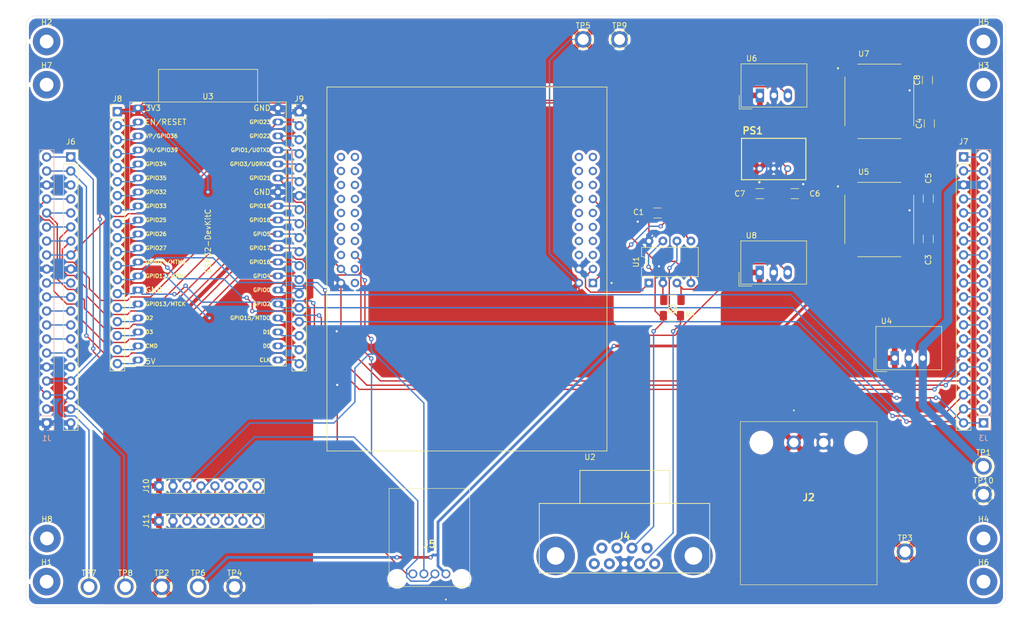
<source format=kicad_pcb>
(kicad_pcb (version 20171130) (host pcbnew "(5.1.10)-1")
  (layers (0 F.Cu signal) (31 B.Cu signal) (34 B.Paste user) (35 F.Paste user) (36 B.SilkS user) (37 F.SilkS user) (38 B.Mask user hide) (39 F.Mask user hide) (44 Edge.Cuts user))
  (net 0 "")
  (net 1 GND)
  (net 2 /CAN_RX)
  (net 3 /CAN_H)
  (net 4 /38)
  (net 5 /CAN_L)
  (net 6 /CAN_TX)
  (net 7 /+3.3V_ESP32_RF)
  (net 8 /+3.3V_Display)
  (net 9 /+3.3V)
  (net 10 /5V_TexasInstruments)
  (net 11 +12V)
  (net 12 /40)
  (net 13 /39)
  (net 14 /37)
  (net 15 /36)
  (net 16 /35)
  (net 17 /34)
  (net 18 /33)
  (net 19 /32)
  (net 20 /31)
  (net 21 /30)
  (net 22 /29)
  (net 23 /28)
  (net 24 /27)
  (net 25 /23)
  (net 26 /22)
  (net 27 /21)
  (net 28 /20)
  (net 29 /19)
  (net 30 /17)
  (net 31 /16)
  (net 32 /15)
  (net 33 /14)
  (net 34 /13)
  (net 35 /11)
  (net 36 /10)
  (net 37 /9)
  (net 38 /8)
  (net 39 /7)
  (net 40 /6)
  (net 41 /3)
  (net 42 /+3.3V_ESP32)
  (net 43 /33_)
  (net 44 /36_)
  (net 45 /19_)
  (net 46 /18_)
  (net 47 /17_)
  (net 48 /16_)
  (net 49 /15_)
  (net 50 /14_)
  (net 51 /13_)
  (net 52 /12_)
  (net 53 /11_)
  (net 54 /10_)
  (net 55 /6_)
  (net 56 /5_)
  (net 57 /4_)
  (net 58 /3_)
  (net 59 /2_)
  (net 60 /20_)
  (net 61 /21_)
  (net 62 /22_)
  (net 63 /34_)
  (net 64 /35_)
  (net 65 "Net-(J4-Pad9)")
  (net 66 "Net-(J4-Pad8)")
  (net 67 "Net-(J4-Pad6)")
  (net 68 "Net-(J4-Pad5)")
  (net 69 "Net-(J4-Pad4)")
  (net 70 "Net-(J4-Pad1)")
  (net 71 /8_IMU)
  (net 72 /7_IMU)
  (net 73 /6_IMU)
  (net 74 /5_IMU)
  (net 75 "Net-(U2-PadJ1_3)")
  (net 76 "Net-(U2-PadJ1_4)")
  (net 77 "Net-(U2-PadJ1_5)")
  (net 78 "Net-(U2-PadJ1_6)")
  (net 79 "Net-(U2-PadJ1_8)")
  (net 80 "Net-(U2-PadJ1_9)")
  (net 81 "Net-(U2-PadJ1_10)")
  (net 82 "Net-(U2-PadJ4_1)")
  (net 83 "Net-(U2-PadJ4_2)")
  (net 84 "Net-(U2-PadJ2_3)")
  (net 85 "Net-(U2-PadJ3_3)")
  (net 86 "Net-(U2-PadJ2_4)")
  (net 87 "Net-(U2-PadJ3_4)")
  (net 88 "Net-(U2-PadJ4_4)")
  (net 89 "Net-(U2-PadJ2_5)")
  (net 90 "Net-(U2-PadJ3_5)")
  (net 91 "Net-(U2-PadJ4_5)")
  (net 92 "Net-(U2-PadJ2_6)")
  (net 93 "Net-(U2-PadJ3_6)")
  (net 94 "Net-(U2-PadJ4_6)")
  (net 95 "Net-(U2-PadJ2_7)")
  (net 96 "Net-(U2-PadJ3_7)")
  (net 97 "Net-(U2-PadJ4_7)")
  (net 98 "Net-(U2-PadJ2_8)")
  (net 99 "Net-(U2-PadJ3_8)")
  (net 100 "Net-(U2-PadJ4_8)")
  (net 101 "Net-(U2-PadJ2_9)")
  (net 102 "Net-(U2-PadJ3_9)")
  (net 103 "Net-(U2-PadJ4_9)")
  (net 104 "Net-(U2-PadJ2_10)")
  (net 105 "Net-(U2-PadJ3_10)")
  (net 106 "Net-(U2-PadJ4_10)")
  (net 107 /9_)
  (net 108 /8_)
  (net 109 /7_)
  (module TestPoint:TestPoint_Plated_Hole_D2.0mm (layer F.Cu) (at 255.016 113.284)
    (fp_text reference TP10 (at 0 -2.498) (layer F.SilkS))
    (fp_text value TestPoint)
    (pad 1 thru_hole circle (at 0 0) (size 3 3) (drill 2) (layers *.Cu *.Mask) (net 1 GND))
  )
  (module TestPoint:TestPoint_Plated_Hole_D2.0mm (layer F.Cu) (at 188.976 30.734)
    (fp_text reference TP9 (at 0 -2.498) (layer F.SilkS))
    (fp_text value TestPoint)
    (pad 1 thru_hole circle (at 0 0) (size 3 3) (drill 2) (layers *.Cu *.Mask) (net 1 GND))
  )
  (module TestPoint:TestPoint_Plated_Hole_D2.0mm (layer F.Cu) (at 99.314 130.048)
    (fp_text reference TP8 (at 0 -2.498) (layer F.SilkS))
    (fp_text value TestPoint)
    (pad 1 thru_hole circle (at 0 0) (size 3 3) (drill 2) (layers *.Cu *.Mask) (net 8 /+3.3V_Display))
  )
  (module TestPoint:TestPoint_Plated_Hole_D2.0mm (layer F.Cu) (at 92.71 130.048)
    (fp_text reference TP7 (at 0 -2.498) (layer F.SilkS))
    (fp_text value TestPoint)
    (pad 1 thru_hole circle (at 0 0) (size 3 3) (drill 2) (layers *.Cu *.Mask) (net 41 /3))
  )
  (module TestPoint:TestPoint_Plated_Hole_D2.0mm (layer F.Cu) (at 112.522 130.048)
    (fp_text reference TP6 (at 0 -2.498) (layer F.SilkS))
    (fp_text value TestPoint)
    (pad 1 thru_hole circle (at 0 0) (size 3 3) (drill 2) (layers *.Cu *.Mask) (net 7 /+3.3V_ESP32_RF))
  )
  (module TestPoint:TestPoint_Plated_Hole_D2.0mm (layer F.Cu) (at 182.372 30.734)
    (fp_text reference TP5 (at 0 -2.498) (layer F.SilkS))
    (fp_text value TestPoint)
    (pad 1 thru_hole circle (at 0 0) (size 3 3) (drill 2) (layers *.Cu *.Mask) (net 10 /5V_TexasInstruments))
  )
  (module TestPoint:TestPoint_Plated_Hole_D2.0mm (layer F.Cu) (at 119.126 130.048)
    (fp_text reference TP4 (at 0 -2.498) (layer F.SilkS))
    (fp_text value TestPoint)
    (pad 1 thru_hole circle (at 0 0) (size 3 3) (drill 2) (layers *.Cu *.Mask) (net 1 GND))
  )
  (module TestPoint:TestPoint_Plated_Hole_D2.0mm (layer F.Cu) (at 240.792 123.698)
    (fp_text reference TP3 (at 0 -2.498) (layer F.SilkS))
    (fp_text value TestPoint)
    (pad 1 thru_hole circle (at 0 0) (size 3 3) (drill 2) (layers *.Cu *.Mask) (net 11 +12V))
  )
  (module TestPoint:TestPoint_Plated_Hole_D2.0mm (layer F.Cu) (at 105.918 130.048)
    (fp_text reference TP2 (at 0 -2.498) (layer F.SilkS))
    (fp_text value TestPoint)
    (pad 1 thru_hole circle (at 0 0) (size 3 3) (drill 2) (layers *.Cu *.Mask) (net 42 /+3.3V_ESP32))
  )
  (module TestPoint:TestPoint_Plated_Hole_D2.0mm (layer F.Cu) (at 255.016 108.204)
    (fp_text reference TP1 (at 0 -2.498) (layer F.SilkS))
    (fp_text value TestPoint)
    (pad 1 thru_hole circle (at 0 0) (size 3 3) (drill 2) (layers *.Cu *.Mask) (net 4 /38))
  )
  (module 34793-0040:347930040 (layer F.Cu) (at 157.48 127.7112 180)
    (fp_text reference J5 (at 3 5.4) (layer F.SilkS) (effects (font (size 1.27 1.27) (thickness 0.254))))
    (fp_text value Conn_01x04 hide)
    (pad MH2 np_thru_hole circle (at 8.85 -0.9 180) (size 2.55 0) (drill 2.55) (layers *.Cu *.Mask))
    (pad MH1 np_thru_hole circle (at -2.85 -0.9 180) (size 2.55 0) (drill 2.55) (layers *.Cu *.Mask))
    (pad 4 thru_hole circle (at 6 0 180) (size 1.62 1.62) (drill 1.08) (layers *.Cu *.Mask) (net 1 GND))
    (pad 3 thru_hole circle (at 4 0 180) (size 1.62 1.62) (drill 1.08) (layers *.Cu *.Mask) (net 44 /36_))
    (pad 2 thru_hole circle (at 2 0 180) (size 1.62 1.62) (drill 1.08) (layers *.Cu *.Mask) (net 43 /33_))
    (pad 1 thru_hole circle (at 0 0 180) (size 1.62 1.62) (drill 1.08) (layers *.Cu *.Mask) (net 7 /+3.3V_ESP32_RF))
  )
  (module MountingHole:MountingHole_2.5mm_Pad (layer F.Cu) (at 85.09 121.285)
    (fp_text reference H8 (at 0 -3.5) (layer F.SilkS))
    (fp_text value MountingHole)
    (pad 1 thru_hole circle (at 0 0) (size 5 5) (drill 2.5) (layers *.Cu *.Mask))
  )
  (module MountingHole:MountingHole_2.5mm_Pad (layer F.Cu) (at 85.0287 38.9496)
    (fp_text reference H7 (at 0 -3.5) (layer F.SilkS))
    (fp_text value MountingHole)
    (pad 1 thru_hole circle (at 0 0) (size 5 5) (drill 2.5) (layers *.Cu *.Mask))
  )
  (module MountingHole:MountingHole_2.5mm_Pad (layer F.Cu) (at 255.0287 121.285)
    (fp_text reference H4 (at 0 -3.5) (layer F.SilkS))
    (fp_text value MountingHole)
    (pad 1 thru_hole circle (at 0 0) (size 5 5) (drill 2.5) (layers *.Cu *.Mask))
  )
  (module MountingHole:MountingHole_2.5mm_Pad (layer F.Cu) (at 255.0287 38.9496)
    (fp_text reference H3 (at 0 -3.5) (layer F.SilkS))
    (fp_text value MountingHole)
    (pad 1 thru_hole circle (at 0 0) (size 5 5) (drill 2.5) (layers *.Cu *.Mask))
  )
  (module MountingHole:MountingHole_2.5mm_Pad (layer F.Cu) (at 255.0287 129.1173)
    (fp_text reference H6 (at 0 -3.5) (layer F.SilkS))
    (fp_text value MountingHole)
    (pad 1 thru_hole circle (at 0 0) (size 5 5) (drill 2.5) (layers *.Cu *.Mask))
  )
  (module MountingHole:MountingHole_2.5mm_Pad (layer F.Cu) (at 255.0287 31.1173)
    (fp_text reference H5 (at 0 -3.5) (layer F.SilkS))
    (fp_text value MountingHole)
    (pad 1 thru_hole circle (at 0 0) (size 5 5) (drill 2.5) (layers *.Cu *.Mask))
  )
  (module MountingHole:MountingHole_2.5mm_Pad (layer F.Cu) (at 85.0287 31.1173)
    (fp_text reference H2 (at 0 -3.5) (layer F.SilkS))
    (fp_text value MountingHole)
    (pad 1 thru_hole circle (at 0 0) (size 5 5) (drill 2.5) (layers *.Cu *.Mask))
  )
  (module MountingHole:MountingHole_2.5mm_Pad (layer F.Cu) (at 85.0287 129.1173)
    (fp_text reference H1 (at 0 -3.5) (layer F.SilkS))
    (fp_text value MountingHole)
    (pad 1 thru_hole circle (at 0 0) (size 5 5) (drill 2.5) (layers *.Cu *.Mask))
  )
  (module Connector_PinHeader_2.54mm:PinHeader_1x08_P2.54mm_Vertical (layer F.Cu) (at 105.41 118.11 90)
    (fp_text reference J11 (at 0 -2.33 90) (layer F.SilkS))
    (fp_text value Conn_01x08)
    (pad 8 thru_hole oval (at 0 17.78 90) (size 1.7 1.7) (drill 1) (layers *.Cu *.Mask) (net 71 /8_IMU))
    (pad 7 thru_hole oval (at 0 15.24 90) (size 1.7 1.7) (drill 1) (layers *.Cu *.Mask) (net 72 /7_IMU))
    (pad 6 thru_hole oval (at 0 12.7 90) (size 1.7 1.7) (drill 1) (layers *.Cu *.Mask) (net 73 /6_IMU))
    (pad 5 thru_hole oval (at 0 10.16 90) (size 1.7 1.7) (drill 1) (layers *.Cu *.Mask) (net 74 /5_IMU))
    (pad 4 thru_hole oval (at 0 7.62 90) (size 1.7 1.7) (drill 1) (layers *.Cu *.Mask) (net 43 /33_))
    (pad 3 thru_hole oval (at 0 5.08 90) (size 1.7 1.7) (drill 1) (layers *.Cu *.Mask) (net 44 /36_))
    (pad 2 thru_hole oval (at 0 2.54 90) (size 1.7 1.7) (drill 1) (layers *.Cu *.Mask) (net 1 GND))
    (pad 1 thru_hole rect (at 0 0 90) (size 1.7 1.7) (drill 1) (layers *.Cu *.Mask) (net 42 /+3.3V_ESP32))
  )
  (module Connector_PinHeader_2.54mm:PinHeader_1x08_P2.54mm_Vertical (layer F.Cu) (at 105.41 111.76 90)
    (fp_text reference J10 (at 0 -2.33 90) (layer F.SilkS))
    (fp_text value Conn_01x08)
    (pad 8 thru_hole oval (at 0 17.78 90) (size 1.7 1.7) (drill 1) (layers *.Cu *.Mask) (net 71 /8_IMU))
    (pad 7 thru_hole oval (at 0 15.24 90) (size 1.7 1.7) (drill 1) (layers *.Cu *.Mask) (net 72 /7_IMU))
    (pad 6 thru_hole oval (at 0 12.7 90) (size 1.7 1.7) (drill 1) (layers *.Cu *.Mask) (net 73 /6_IMU))
    (pad 5 thru_hole oval (at 0 10.16 90) (size 1.7 1.7) (drill 1) (layers *.Cu *.Mask) (net 74 /5_IMU))
    (pad 4 thru_hole oval (at 0 7.62 90) (size 1.7 1.7) (drill 1) (layers *.Cu *.Mask) (net 43 /33_))
    (pad 3 thru_hole oval (at 0 5.08 90) (size 1.7 1.7) (drill 1) (layers *.Cu *.Mask) (net 44 /36_))
    (pad 2 thru_hole oval (at 0 2.54 90) (size 1.7 1.7) (drill 1) (layers *.Cu *.Mask) (net 1 GND))
    (pad 1 thru_hole rect (at 0 0 90) (size 1.7 1.7) (drill 1) (layers *.Cu *.Mask) (net 42 /+3.3V_ESP32))
  )
  (module K7803JT-500R3:CONV_K7803JT-500R3 (layer F.Cu) (at 236.1184 41.9735)
    (fp_text reference U7 (at -2.825 -8.635) (layer F.SilkS))
    (fp_text value K7803JT-500R3)
    (pad 4 smd rect (at -5.5 6 180) (size 2.5 2.5) (layers F.Cu F.Paste F.Mask) (net 42 /+3.3V_ESP32))
    (pad 3 smd rect (at 5.5 6 180) (size 2.5 2.5) (layers F.Cu F.Paste F.Mask) (net 42 /+3.3V_ESP32))
    (pad 2 smd rect (at 5.5 -6) (size 2.5 2.5) (layers F.Cu F.Paste F.Mask) (net 1 GND))
    (pad 1 smd rect (at -5.5 -6) (size 2.5 2.5) (layers F.Cu F.Paste F.Mask) (net 11 +12V))
  )
  (module Connector_PinHeader_2.54mm:PinHeader_1x19_P2.54mm_Vertical (layer F.Cu) (at 130.8481 43.8531)
    (fp_text reference J9 (at 0 -2.33) (layer F.SilkS))
    (fp_text value Conn_01x19)
    (pad 19 thru_hole oval (at 0 45.72) (size 1.7 1.7) (drill 1) (layers *.Cu *.Mask) (net 60 /20_))
    (pad 18 thru_hole oval (at 0 43.18) (size 1.7 1.7) (drill 1) (layers *.Cu *.Mask) (net 61 /21_))
    (pad 17 thru_hole oval (at 0 40.64) (size 1.7 1.7) (drill 1) (layers *.Cu *.Mask) (net 62 /22_))
    (pad 16 thru_hole oval (at 0 38.1) (size 1.7 1.7) (drill 1) (layers *.Cu *.Mask) (net 25 /23))
    (pad 15 thru_hole oval (at 0 35.56) (size 1.7 1.7) (drill 1) (layers *.Cu *.Mask) (net 26 /22))
    (pad 14 thru_hole oval (at 0 33.02) (size 1.7 1.7) (drill 1) (layers *.Cu *.Mask) (net 27 /21))
    (pad 13 thru_hole oval (at 0 30.48) (size 1.7 1.7) (drill 1) (layers *.Cu *.Mask) (net 28 /20))
    (pad 12 thru_hole oval (at 0 27.94) (size 1.7 1.7) (drill 1) (layers *.Cu *.Mask) (net 29 /19))
    (pad 11 thru_hole oval (at 0 25.4) (size 1.7 1.7) (drill 1) (layers *.Cu *.Mask) (net 30 /17))
    (pad 10 thru_hole oval (at 0 22.86) (size 1.7 1.7) (drill 1) (layers *.Cu *.Mask) (net 31 /16))
    (pad 9 thru_hole oval (at 0 20.32) (size 1.7 1.7) (drill 1) (layers *.Cu *.Mask) (net 32 /15))
    (pad 8 thru_hole oval (at 0 17.78) (size 1.7 1.7) (drill 1) (layers *.Cu *.Mask) (net 33 /14))
    (pad 7 thru_hole oval (at 0 15.24) (size 1.7 1.7) (drill 1) (layers *.Cu *.Mask) (net 1 GND))
    (pad 6 thru_hole oval (at 0 12.7) (size 1.7 1.7) (drill 1) (layers *.Cu *.Mask) (net 43 /33_))
    (pad 5 thru_hole oval (at 0 10.16) (size 1.7 1.7) (drill 1) (layers *.Cu *.Mask) (net 63 /34_))
    (pad 4 thru_hole oval (at 0 7.62) (size 1.7 1.7) (drill 1) (layers *.Cu *.Mask) (net 64 /35_))
    (pad 3 thru_hole oval (at 0 5.08) (size 1.7 1.7) (drill 1) (layers *.Cu *.Mask) (net 44 /36_))
    (pad 2 thru_hole oval (at 0 2.54) (size 1.7 1.7) (drill 1) (layers *.Cu *.Mask) (net 34 /13))
    (pad 1 thru_hole rect (at 0 0) (size 1.7 1.7) (drill 1) (layers *.Cu *.Mask) (net 1 GND))
  )
  (module Connector_PinHeader_2.54mm:PinHeader_1x19_P2.54mm_Vertical (layer F.Cu) (at 97.8662 43.8404)
    (fp_text reference J8 (at 0 -2.33) (layer F.SilkS))
    (fp_text value Conn_01x19)
    (pad 19 thru_hole oval (at 0 45.72) (size 1.7 1.7) (drill 1) (layers *.Cu *.Mask) (net 45 /19_))
    (pad 18 thru_hole oval (at 0 43.18) (size 1.7 1.7) (drill 1) (layers *.Cu *.Mask) (net 46 /18_))
    (pad 17 thru_hole oval (at 0 40.64) (size 1.7 1.7) (drill 1) (layers *.Cu *.Mask) (net 47 /17_))
    (pad 16 thru_hole oval (at 0 38.1) (size 1.7 1.7) (drill 1) (layers *.Cu *.Mask) (net 48 /16_))
    (pad 15 thru_hole oval (at 0 35.56) (size 1.7 1.7) (drill 1) (layers *.Cu *.Mask) (net 49 /15_))
    (pad 14 thru_hole oval (at 0 33.02) (size 1.7 1.7) (drill 1) (layers *.Cu *.Mask) (net 50 /14_))
    (pad 13 thru_hole oval (at 0 30.48) (size 1.7 1.7) (drill 1) (layers *.Cu *.Mask) (net 51 /13_))
    (pad 12 thru_hole oval (at 0 27.94) (size 1.7 1.7) (drill 1) (layers *.Cu *.Mask) (net 52 /12_))
    (pad 11 thru_hole oval (at 0 25.4) (size 1.7 1.7) (drill 1) (layers *.Cu *.Mask) (net 53 /11_))
    (pad 10 thru_hole oval (at 0 22.86) (size 1.7 1.7) (drill 1) (layers *.Cu *.Mask) (net 54 /10_))
    (pad 9 thru_hole oval (at 0 20.32) (size 1.7 1.7) (drill 1) (layers *.Cu *.Mask) (net 107 /9_))
    (pad 8 thru_hole oval (at 0 17.78) (size 1.7 1.7) (drill 1) (layers *.Cu *.Mask) (net 108 /8_))
    (pad 7 thru_hole oval (at 0 15.24) (size 1.7 1.7) (drill 1) (layers *.Cu *.Mask) (net 109 /7_))
    (pad 6 thru_hole oval (at 0 12.7) (size 1.7 1.7) (drill 1) (layers *.Cu *.Mask) (net 55 /6_))
    (pad 5 thru_hole oval (at 0 10.16) (size 1.7 1.7) (drill 1) (layers *.Cu *.Mask) (net 56 /5_))
    (pad 4 thru_hole oval (at 0 7.62) (size 1.7 1.7) (drill 1) (layers *.Cu *.Mask) (net 57 /4_))
    (pad 3 thru_hole oval (at 0 5.08) (size 1.7 1.7) (drill 1) (layers *.Cu *.Mask) (net 58 /3_))
    (pad 2 thru_hole oval (at 0 2.54) (size 1.7 1.7) (drill 1) (layers *.Cu *.Mask) (net 59 /2_))
    (pad 1 thru_hole rect (at 0 0) (size 1.7 1.7) (drill 1) (layers *.Cu *.Mask) (net 42 /+3.3V_ESP32))
  )
  (module Capacitor_SMD:C_1206_3216Metric_Pad1.33x1.80mm_HandSolder (layer F.Cu) (at 244.8433 38.1123 90)
    (fp_text reference C8 (at 0 -1.85 90) (layer F.SilkS))
    (fp_text value 10uF)
    (pad 2 smd roundrect (at 1.5625 0 90) (size 1.325 1.8) (layers F.Cu F.Paste F.Mask) (roundrect_rratio 0.1886769811320755) (net 1 GND))
    (pad 1 smd roundrect (at -1.5625 0 90) (size 1.325 1.8) (layers F.Cu F.Paste F.Mask) (roundrect_rratio 0.1886769811320755) (net 11 +12V))
  )
  (module Capacitor_SMD:C_1206_3216Metric_Pad1.33x1.80mm_HandSolder (layer F.Cu) (at 245.1862 45.9867 90)
    (fp_text reference C4 (at 0 -1.85 90) (layer F.SilkS))
    (fp_text value 22uF)
    (pad 2 smd roundrect (at 1.5625 0 90) (size 1.325 1.8) (layers F.Cu F.Paste F.Mask) (roundrect_rratio 0.1886769811320755) (net 1 GND))
    (pad 1 smd roundrect (at -1.5625 0 90) (size 1.325 1.8) (layers F.Cu F.Paste F.Mask) (roundrect_rratio 0.1886769811320755) (net 42 /+3.3V_ESP32))
  )
  (module Resistor_SMD:R_1206_3216Metric_Pad1.30x1.75mm_HandSolder (layer F.Cu) (at 198.4877 80.8609)
    (fp_text reference R1 (at 3.4284 -0.1524) (layer F.SilkS))
    (fp_text value 120)
    (pad 2 smd roundrect (at 1.55 0) (size 1.3 1.75) (layers F.Cu F.Paste F.Mask) (roundrect_rratio 0.1923069230769231) (net 5 /CAN_L))
    (pad 1 smd roundrect (at -1.55 0) (size 1.3 1.75) (layers F.Cu F.Paste F.Mask) (roundrect_rratio 0.1923069230769231) (net 3 /CAN_H))
  )
  (module "CAN Connector:TE-5747840-6" (layer F.Cu) (at 189.8777 125.8697 180)
    (fp_text reference J4 (at 0.075 5) (layer F.SilkS) (effects (font (size 1.27 1.27) (thickness 0.254))))
    (fp_text value Conn_01x09 hide)
    (pad 11 thru_hole circle (at -12.51 1.42 180) (size 7 7) (drill 3.2) (layers *.Cu *.Mask))
    (pad 10 thru_hole circle (at 12.49 1.42 180) (size 7 7) (drill 3.2) (layers *.Cu *.Mask))
    (pad 9 thru_hole circle (at 4.11 2.84 180) (size 2 2) (drill 1.05) (layers *.Cu *.Mask) (net 65 "Net-(J4-Pad9)"))
    (pad 8 thru_hole circle (at 1.37 2.84 180) (size 2 2) (drill 1.05) (layers *.Cu *.Mask) (net 66 "Net-(J4-Pad8)"))
    (pad 7 thru_hole circle (at -1.37 2.84 180) (size 2 2) (drill 1.05) (layers *.Cu *.Mask) (net 3 /CAN_H))
    (pad 6 thru_hole circle (at -4.11 2.84 180) (size 2 2) (drill 1.05) (layers *.Cu *.Mask) (net 67 "Net-(J4-Pad6)"))
    (pad 5 thru_hole circle (at 5.48 0 180) (size 2 2) (drill 1.05) (layers *.Cu *.Mask) (net 68 "Net-(J4-Pad5)"))
    (pad 4 thru_hole circle (at 2.74 0 180) (size 2 2) (drill 1.05) (layers *.Cu *.Mask) (net 69 "Net-(J4-Pad4)"))
    (pad 3 thru_hole circle (at 0 0 180) (size 2 2) (drill 1.05) (layers *.Cu *.Mask) (net 1 GND))
    (pad 2 thru_hole circle (at -2.74 0 180) (size 2 2) (drill 1.05) (layers *.Cu *.Mask) (net 5 /CAN_L))
    (pad 1 thru_hole circle (at -5.48 0 180) (size 2 2) (drill 1.05) (layers *.Cu *.Mask) (net 70 "Net-(J4-Pad1)"))
  )
  (module Connector_PinSocket_2.54mm:PinSocket_1x20_P2.54mm_Vertical (layer F.Cu) (at 251.4092 52.0573)
    (fp_text reference J7 (at 0 -2.77) (layer F.SilkS))
    (fp_text value Conn_01x20)
    (pad 20 thru_hole oval (at 0 48.26) (size 1.7 1.7) (drill 1) (layers *.Cu *.Mask) (net 27 /21))
    (pad 19 thru_hole oval (at 0 45.72) (size 1.7 1.7) (drill 1) (layers *.Cu *.Mask) (net 26 /22))
    (pad 18 thru_hole oval (at 0 43.18) (size 1.7 1.7) (drill 1) (layers *.Cu *.Mask) (net 25 /23))
    (pad 17 thru_hole oval (at 0 40.64) (size 1.7 1.7) (drill 1) (layers *.Cu *.Mask) (net 51 /13_))
    (pad 16 thru_hole oval (at 0 38.1) (size 1.7 1.7) (drill 1) (layers *.Cu *.Mask) (net 52 /12_))
    (pad 15 thru_hole oval (at 0 35.56) (size 1.7 1.7) (drill 1) (layers *.Cu *.Mask) (net 50 /14_))
    (pad 14 thru_hole oval (at 0 33.02) (size 1.7 1.7) (drill 1) (layers *.Cu *.Mask) (net 24 /27))
    (pad 13 thru_hole oval (at 0 30.48) (size 1.7 1.7) (drill 1) (layers *.Cu *.Mask) (net 23 /28))
    (pad 12 thru_hole oval (at 0 27.94) (size 1.7 1.7) (drill 1) (layers *.Cu *.Mask) (net 22 /29))
    (pad 11 thru_hole oval (at 0 25.4) (size 1.7 1.7) (drill 1) (layers *.Cu *.Mask) (net 21 /30))
    (pad 10 thru_hole oval (at 0 22.86) (size 1.7 1.7) (drill 1) (layers *.Cu *.Mask) (net 20 /31))
    (pad 9 thru_hole oval (at 0 20.32) (size 1.7 1.7) (drill 1) (layers *.Cu *.Mask) (net 19 /32))
    (pad 8 thru_hole oval (at 0 17.78) (size 1.7 1.7) (drill 1) (layers *.Cu *.Mask) (net 18 /33))
    (pad 7 thru_hole oval (at 0 15.24) (size 1.7 1.7) (drill 1) (layers *.Cu *.Mask) (net 17 /34))
    (pad 6 thru_hole oval (at 0 12.7) (size 1.7 1.7) (drill 1) (layers *.Cu *.Mask) (net 16 /35))
    (pad 5 thru_hole oval (at 0 10.16) (size 1.7 1.7) (drill 1) (layers *.Cu *.Mask) (net 15 /36))
    (pad 4 thru_hole oval (at 0 7.62) (size 1.7 1.7) (drill 1) (layers *.Cu *.Mask) (net 14 /37))
    (pad 3 thru_hole oval (at 0 5.08) (size 1.7 1.7) (drill 1) (layers *.Cu *.Mask) (net 4 /38))
    (pad 2 thru_hole oval (at 0 2.54) (size 1.7 1.7) (drill 1) (layers *.Cu *.Mask) (net 13 /39))
    (pad 1 thru_hole rect (at 0 0) (size 1.7 1.7) (drill 1) (layers *.Cu *.Mask) (net 12 /40))
  )
  (module Connector_PinSocket_2.54mm:PinSocket_1x20_P2.54mm_Vertical (layer F.Cu) (at 89.408 52.07)
    (fp_text reference J6 (at 0 -2.77) (layer F.SilkS))
    (fp_text value Conn_01x20)
    (pad 20 thru_hole oval (at 0 48.26) (size 1.7 1.7) (drill 1) (layers *.Cu *.Mask) (net 1 GND))
    (pad 19 thru_hole oval (at 0 45.72) (size 1.7 1.7) (drill 1) (layers *.Cu *.Mask) (net 8 /+3.3V_Display))
    (pad 18 thru_hole oval (at 0 43.18) (size 1.7 1.7) (drill 1) (layers *.Cu *.Mask) (net 41 /3))
    (pad 17 thru_hole oval (at 0 40.64) (size 1.7 1.7) (drill 1) (layers *.Cu *.Mask) (net 8 /+3.3V_Display))
    (pad 16 thru_hole oval (at 0 38.1) (size 1.7 1.7) (drill 1) (layers *.Cu *.Mask) (net 1 GND))
    (pad 15 thru_hole oval (at 0 35.56) (size 1.7 1.7) (drill 1) (layers *.Cu *.Mask) (net 40 /6))
    (pad 14 thru_hole oval (at 0 33.02) (size 1.7 1.7) (drill 1) (layers *.Cu *.Mask) (net 39 /7))
    (pad 13 thru_hole oval (at 0 30.48) (size 1.7 1.7) (drill 1) (layers *.Cu *.Mask) (net 38 /8))
    (pad 12 thru_hole oval (at 0 27.94) (size 1.7 1.7) (drill 1) (layers *.Cu *.Mask) (net 37 /9))
    (pad 11 thru_hole oval (at 0 25.4) (size 1.7 1.7) (drill 1) (layers *.Cu *.Mask) (net 36 /10))
    (pad 10 thru_hole oval (at 0 22.86) (size 1.7 1.7) (drill 1) (layers *.Cu *.Mask) (net 35 /11))
    (pad 9 thru_hole oval (at 0 20.32) (size 1.7 1.7) (drill 1) (layers *.Cu *.Mask) (net 1 GND))
    (pad 8 thru_hole oval (at 0 17.78) (size 1.7 1.7) (drill 1) (layers *.Cu *.Mask) (net 34 /13))
    (pad 7 thru_hole oval (at 0 15.24) (size 1.7 1.7) (drill 1) (layers *.Cu *.Mask) (net 33 /14))
    (pad 6 thru_hole oval (at 0 12.7) (size 1.7 1.7) (drill 1) (layers *.Cu *.Mask) (net 32 /15))
    (pad 5 thru_hole oval (at 0 10.16) (size 1.7 1.7) (drill 1) (layers *.Cu *.Mask) (net 31 /16))
    (pad 4 thru_hole oval (at 0 7.62) (size 1.7 1.7) (drill 1) (layers *.Cu *.Mask) (net 30 /17))
    (pad 3 thru_hole oval (at 0 5.08) (size 1.7 1.7) (drill 1) (layers *.Cu *.Mask) (net 1 GND))
    (pad 2 thru_hole oval (at 0 2.54) (size 1.7 1.7) (drill 1) (layers *.Cu *.Mask) (net 29 /19))
    (pad 1 thru_hole rect (at 0 0) (size 1.7 1.7) (drill 1) (layers *.Cu *.Mask) (net 28 /20))
  )
  (module "2 Contact Connector:ATF132PBM03" (layer F.Cu) (at 220.599 103.886)
    (fp_text reference J2 (at 2.7 9.95) (layer F.SilkS) (effects (font (size 1.27 1.27) (thickness 0.254))))
    (fp_text value Conn_01x02 hide)
    (pad MH2 np_thru_hole circle (at 11.285 0) (size 3.3 0) (drill 3.3) (layers *.Cu *.Mask))
    (pad "" np_thru_hole circle (at -5.885 0) (size 3.300001 3.300001) (drill 3.300001) (layers *.Cu *.Mask))
    (pad 2 thru_hole circle (at 5.4 0) (size 2.55 2.55) (drill 1.7) (layers *.Cu *.Mask) (net 1 GND))
    (pad 1 thru_hole circle (at 0 0) (size 2.55 2.55) (drill 1.7) (layers *.Cu *.Mask) (net 11 +12V))
  )
  (module Espressif:ESP32-DevKitC (layer F.Cu) (at 101.6 43.18)
    (fp_text reference U3 (at 12.70368 -2.09728) (layer F.SilkS))
    (fp_text value ESP32-DevKitC (at 12.70368 24.13272 90) (layer F.SilkS))
    (fp_text user GND (at 24.13368 0.00272 unlocked) (layer F.SilkS) (effects (justify right)))
    (fp_text user GPIO23 (at 24.13368 2.54272 unlocked) (layer F.SilkS) (effects (font (size 0.7 0.7)) (justify right)))
    (fp_text user GPIO5 (at 24.13368 22.86272 unlocked) (layer F.SilkS) (effects (font (size 0.7 0.7)) (justify right)))
    (fp_text user D0 (at 24.13368 43.18272 unlocked) (layer F.SilkS) (effects (font (size 0.7 0.7)) (justify right)))
    (fp_text user 5V (at 1.27 45.974 unlocked) (layer F.SilkS) (effects (justify left)))
    (fp_text user GPIO21 (at 24.13368 12.70272 unlocked) (layer F.SilkS) (effects (font (size 0.7 0.7)) (justify right)))
    (fp_text user D1 (at 24.13368 40.64272 unlocked) (layer F.SilkS) (effects (font (size 0.7 0.7)) (justify right)))
    (fp_text user GPIO12/MTDI (at 1.27368 30.48272 unlocked) (layer F.SilkS) (effects (font (size 0.7 0.7)) (justify left)))
    (fp_text user VP/GPIO36 (at 1.27368 5.08272 unlocked) (layer F.SilkS) (effects (font (size 0.7 0.7)) (justify left)))
    (fp_text user D2 (at 1.27368 38.10272 unlocked) (layer F.SilkS) (effects (font (size 0.7 0.7)) (justify left)))
    (fp_text user GPIO27 (at 1.27368 25.40272 unlocked) (layer F.SilkS) (effects (font (size 0.7 0.7)) (justify left)))
    (fp_text user GPIO33 (at 1.27368 17.78272 unlocked) (layer F.SilkS) (effects (font (size 0.7 0.7)) (justify left)))
    (fp_text user GPIO19 (at 24.13368 17.78272 unlocked) (layer F.SilkS) (effects (font (size 0.7 0.7)) (justify right)))
    (fp_text user VN/GPIO39 (at 1.27368 7.62272 unlocked) (layer F.SilkS) (effects (font (size 0.7 0.7)) (justify left)))
    (fp_text user GPIO13/MTCK (at 1.27368 35.56272 unlocked) (layer F.SilkS) (effects (font (size 0.7 0.7)) (justify left)))
    (fp_text user GPIO2 (at 24.13368 35.56272 unlocked) (layer F.SilkS) (effects (font (size 0.7 0.7)) (justify right)))
    (fp_text user GPIO26 (at 1.27368 22.86272 unlocked) (layer F.SilkS) (effects (font (size 0.7 0.7)) (justify left)))
    (fp_text user GPIO3/U0RXD (at 24.13368 10.16272 unlocked) (layer F.SilkS) (effects (font (size 0.7 0.7)) (justify right)))
    (fp_text user 3V3 (at 1.27368 0.00272 unlocked) (layer F.SilkS) (effects (justify left)))
    (fp_text user GPIO16 (at 24.13368 27.94272 unlocked) (layer F.SilkS) (effects (font (size 0.7 0.7)) (justify right)))
    (fp_text user GPIO32 (at 1.27368 15.24272 unlocked) (layer F.SilkS) (effects (font (size 0.7 0.7)) (justify left)))
    (fp_text user GPIO0 (at 24.13368 33.02272 unlocked) (layer F.SilkS) (effects (font (size 0.7 0.7)) (justify right)))
    (fp_text user GND (at 1.27368 33.02272 unlocked) (layer F.SilkS) (effects (justify left)))
    (fp_text user CLK (at 24.13368 45.72272 unlocked) (layer F.SilkS) (effects (font (size 0.7 0.7)) (justify right)))
    (fp_text user EN/RESET (at 8.89 2.54 unlocked) (layer F.SilkS) (effects (justify right)))
    (fp_text user GPIO4 (at 24.13368 30.48272 unlocked) (layer F.SilkS) (effects (font (size 0.7 0.7)) (justify right)))
    (fp_text user GPIO35 (at 1.27368 12.70272 unlocked) (layer F.SilkS) (effects (font (size 0.7 0.7)) (justify left)))
    (fp_text user GPIO14/MTMS (at 1.27368 27.94272 unlocked) (layer F.SilkS) (effects (font (size 0.7 0.7)) (justify left)))
    (fp_text user GPIO34 (at 1.27368 10.16272 unlocked) (layer F.SilkS) (effects (font (size 0.7 0.7)) (justify left)))
    (fp_text user D3 (at 1.27368 40.64272 unlocked) (layer F.SilkS) (effects (font (size 0.7 0.7)) (justify left)))
    (fp_text user GPIO18 (at 24.13368 20.32272 unlocked) (layer F.SilkS) (effects (font (size 0.7 0.7)) (justify right)))
    (fp_text user CMD (at 1.27368 43.18272 unlocked) (layer F.SilkS) (effects (font (size 0.7 0.7)) (justify left)))
    (fp_text user GPIO22 (at 24.13368 5.08272 unlocked) (layer F.SilkS) (effects (font (size 0.7 0.7)) (justify right)))
    (fp_text user GND (at 24.13368 15.24272 unlocked) (layer F.SilkS) (effects (justify right)))
    (fp_text user GPIO17 (at 24.13368 25.40272 unlocked) (layer F.SilkS) (effects (font (size 0.7 0.7)) (justify right)))
    (fp_text user GPIO1/U0TXD (at 24.13368 7.62272 unlocked) (layer F.SilkS) (effects (font (size 0.7 0.7)) (justify right)))
    (fp_text user GPIO15/MTDO (at 24.13368 38.10272 unlocked) (layer F.SilkS) (effects (font (size 0.7 0.7)) (justify right)))
    (fp_text user GPIO25 (at 1.27368 20.32272 unlocked) (layer F.SilkS) (effects (font (size 0.7 0.7)) (justify left)))
    (pad 38 thru_hole roundrect (at 25.40368 0.00272 270) (size 1.2 2) (drill 0.8) (layers *.Cu *.Mask) (net 1 GND))
    (pad 37 thru_hole oval (at 25.40368 2.54272 270) (size 1.2 2) (drill 0.8) (layers *.Cu *.Mask) (net 34 /13))
    (pad 36 thru_hole oval (at 25.40368 5.08272 270) (size 1.2 2) (drill 0.8) (layers *.Cu *.Mask) (net 44 /36_))
    (pad 35 thru_hole oval (at 25.40368 7.62272 270) (size 1.2 2) (drill 0.8) (layers *.Cu *.Mask) (net 64 /35_))
    (pad 34 thru_hole oval (at 25.40368 10.16272 270) (size 1.2 2) (drill 0.8) (layers *.Cu *.Mask) (net 63 /34_))
    (pad 33 thru_hole oval (at 25.40368 12.70272 270) (size 1.2 2) (drill 0.8) (layers *.Cu *.Mask) (net 43 /33_))
    (pad 32 thru_hole oval (at 25.40368 15.24272 270) (size 1.2 2) (drill 0.8) (layers *.Cu *.Mask) (net 1 GND))
    (pad 31 thru_hole oval (at 25.40368 17.78272 270) (size 1.2 2) (drill 0.8) (layers *.Cu *.Mask) (net 33 /14))
    (pad 30 thru_hole oval (at 25.40368 20.32272 270) (size 1.2 2) (drill 0.8) (layers *.Cu *.Mask) (net 32 /15))
    (pad 29 thru_hole oval (at 25.40368 22.86272 270) (size 1.2 2) (drill 0.8) (layers *.Cu *.Mask) (net 31 /16))
    (pad 28 thru_hole oval (at 25.40368 25.40272 270) (size 1.2 2) (drill 0.8) (layers *.Cu *.Mask) (net 30 /17))
    (pad 27 thru_hole oval (at 25.40368 27.94272 270) (size 1.2 2) (drill 0.8) (layers *.Cu *.Mask) (net 29 /19))
    (pad 26 thru_hole oval (at 25.40368 30.48272 270) (size 1.2 2) (drill 0.8) (layers *.Cu *.Mask) (net 28 /20))
    (pad 25 thru_hole oval (at 25.40368 33.02272 270) (size 1.2 2) (drill 0.8) (layers *.Cu *.Mask) (net 27 /21))
    (pad 24 thru_hole oval (at 25.40368 35.56272 270) (size 1.2 2) (drill 0.8) (layers *.Cu *.Mask) (net 26 /22))
    (pad 23 thru_hole oval (at 25.40368 38.10272 270) (size 1.2 2) (drill 0.8) (layers *.Cu *.Mask) (net 25 /23))
    (pad 22 thru_hole oval (at 25.40368 40.64272 270) (size 1.2 2) (drill 0.8) (layers *.Cu *.Mask) (net 62 /22_))
    (pad 21 thru_hole oval (at 25.4 43.18 270) (size 1.2 2) (drill 0.8) (layers *.Cu *.Mask) (net 61 /21_))
    (pad 20 thru_hole oval (at 25.4 45.72 270) (size 1.2 2) (drill 0.8) (layers *.Cu *.Mask) (net 60 /20_))
    (pad 19 thru_hole oval (at 0.00368 45.72272 270) (size 1.2 2) (drill 0.8) (layers *.Cu *.Mask) (net 45 /19_))
    (pad 18 thru_hole oval (at 0.00368 43.18272 270) (size 1.2 2) (drill 0.8) (layers *.Cu *.Mask) (net 46 /18_))
    (pad 17 thru_hole oval (at 0.00368 40.64272 270) (size 1.2 2) (drill 0.8) (layers *.Cu *.Mask) (net 47 /17_))
    (pad 16 thru_hole oval (at 0.00368 38.10272 270) (size 1.2 2) (drill 0.8) (layers *.Cu *.Mask) (net 48 /16_))
    (pad 15 thru_hole oval (at 0.00368 35.56272 270) (size 1.2 2) (drill 0.8) (layers *.Cu *.Mask) (net 49 /15_))
    (pad 14 thru_hole roundrect (at 0.00368 33.02272 270) (size 1.2 2) (drill 0.8) (layers *.Cu *.Mask) (net 50 /14_))
    (pad 13 thru_hole oval (at 0.00368 30.48272 270) (size 1.2 2) (drill 0.8) (layers *.Cu *.Mask) (net 51 /13_))
    (pad 12 thru_hole oval (at 0.00368 27.94272 270) (size 1.2 2) (drill 0.8) (layers *.Cu *.Mask) (net 52 /12_))
    (pad 11 thru_hole oval (at 0.00368 25.40272 270) (size 1.2 2) (drill 0.8) (layers *.Cu *.Mask) (net 53 /11_))
    (pad 10 thru_hole oval (at 0.00368 22.86272 270) (size 1.2 2) (drill 0.8) (layers *.Cu *.Mask) (net 54 /10_))
    (pad 9 thru_hole oval (at 0.00368 20.32272 270) (size 1.2 2) (drill 0.8) (layers *.Cu *.Mask) (net 107 /9_))
    (pad 8 thru_hole oval (at 0.00368 17.78272 270) (size 1.2 2) (drill 0.8) (layers *.Cu *.Mask) (net 108 /8_))
    (pad 7 thru_hole oval (at 0.00368 15.24272 270) (size 1.2 2) (drill 0.8) (layers *.Cu *.Mask) (net 109 /7_))
    (pad 6 thru_hole oval (at 0.00368 12.70272 270) (size 1.2 2) (drill 0.8) (layers *.Cu *.Mask) (net 55 /6_))
    (pad 5 thru_hole oval (at 0.00368 10.16272 270) (size 1.2 2) (drill 0.8) (layers *.Cu *.Mask) (net 56 /5_))
    (pad 4 thru_hole oval (at 0.00368 7.62272 270) (size 1.2 2) (drill 0.8) (layers *.Cu *.Mask) (net 57 /4_))
    (pad 3 thru_hole oval (at 0.00368 5.08272 270) (size 1.2 2) (drill 0.8) (layers *.Cu *.Mask) (net 58 /3_))
    (pad 2 thru_hole oval (at 0.00368 2.54272 270) (size 1.2 2) (drill 0.8) (layers *.Cu *.Mask) (net 59 /2_))
    (pad 1 thru_hole oval (at 0.00368 0.00272 270) (size 1.2 2) (drill 0.8) (layers *.Cu *.Mask) (net 42 /+3.3V_ESP32))
  )
  (module Connector_PinSocket_2.54mm:PinSocket_1x20_P2.54mm_Vertical (layer B.Cu) (at 85.0265 100.33508)
    (fp_text reference J1 (at 0 2.77) (layer B.SilkS) (effects (justify mirror)))
    (fp_text value Conn_01x20)
    (pad 20 thru_hole oval (at 0 -48.26) (size 1.7 1.7) (drill 1) (layers *.Cu *.Mask) (net 28 /20))
    (pad 19 thru_hole oval (at 0 -45.72) (size 1.7 1.7) (drill 1) (layers *.Cu *.Mask) (net 29 /19))
    (pad 18 thru_hole oval (at 0 -43.18) (size 1.7 1.7) (drill 1) (layers *.Cu *.Mask) (net 1 GND))
    (pad 17 thru_hole oval (at 0 -40.64) (size 1.7 1.7) (drill 1) (layers *.Cu *.Mask) (net 30 /17))
    (pad 16 thru_hole oval (at 0 -38.1) (size 1.7 1.7) (drill 1) (layers *.Cu *.Mask) (net 31 /16))
    (pad 15 thru_hole oval (at 0 -35.56) (size 1.7 1.7) (drill 1) (layers *.Cu *.Mask) (net 32 /15))
    (pad 14 thru_hole oval (at 0 -33.02) (size 1.7 1.7) (drill 1) (layers *.Cu *.Mask) (net 33 /14))
    (pad 13 thru_hole oval (at 0 -30.48) (size 1.7 1.7) (drill 1) (layers *.Cu *.Mask) (net 34 /13))
    (pad 12 thru_hole oval (at 0 -27.94) (size 1.7 1.7) (drill 1) (layers *.Cu *.Mask) (net 1 GND))
    (pad 11 thru_hole oval (at 0 -25.4) (size 1.7 1.7) (drill 1) (layers *.Cu *.Mask) (net 35 /11))
    (pad 10 thru_hole oval (at 0 -22.86) (size 1.7 1.7) (drill 1) (layers *.Cu *.Mask) (net 36 /10))
    (pad 9 thru_hole oval (at 0 -20.32) (size 1.7 1.7) (drill 1) (layers *.Cu *.Mask) (net 37 /9))
    (pad 8 thru_hole oval (at 0 -17.78) (size 1.7 1.7) (drill 1) (layers *.Cu *.Mask) (net 38 /8))
    (pad 7 thru_hole oval (at 0 -15.24) (size 1.7 1.7) (drill 1) (layers *.Cu *.Mask) (net 39 /7))
    (pad 6 thru_hole oval (at 0 -12.7) (size 1.7 1.7) (drill 1) (layers *.Cu *.Mask) (net 40 /6))
    (pad 5 thru_hole oval (at 0 -10.16) (size 1.7 1.7) (drill 1) (layers *.Cu *.Mask) (net 1 GND))
    (pad 4 thru_hole oval (at 0 -7.62) (size 1.7 1.7) (drill 1) (layers *.Cu *.Mask) (net 8 /+3.3V_Display))
    (pad 3 thru_hole oval (at 0 -5.08) (size 1.7 1.7) (drill 1) (layers *.Cu *.Mask) (net 41 /3))
    (pad 2 thru_hole oval (at 0 -2.54) (size 1.7 1.7) (drill 1) (layers *.Cu *.Mask) (net 8 /+3.3V_Display))
    (pad 1 thru_hole rect (at 0 0) (size 1.7 1.7) (drill 1) (layers *.Cu *.Mask) (net 1 GND))
  )
  (module Connector_PinSocket_2.54mm:PinSocket_1x20_P2.54mm_Vertical (layer B.Cu) (at 255.0287 100.3173)
    (fp_text reference J3 (at 0 2.77) (layer B.SilkS) (effects (justify mirror)))
    (fp_text value Conn_01x20)
    (pad 20 thru_hole oval (at 0 -48.26) (size 1.7 1.7) (drill 1) (layers *.Cu *.Mask) (net 12 /40))
    (pad 19 thru_hole oval (at 0 -45.72) (size 1.7 1.7) (drill 1) (layers *.Cu *.Mask) (net 13 /39))
    (pad 18 thru_hole oval (at 0 -43.18) (size 1.7 1.7) (drill 1) (layers *.Cu *.Mask) (net 4 /38))
    (pad 17 thru_hole oval (at 0 -40.64) (size 1.7 1.7) (drill 1) (layers *.Cu *.Mask) (net 14 /37))
    (pad 16 thru_hole oval (at 0 -38.1) (size 1.7 1.7) (drill 1) (layers *.Cu *.Mask) (net 15 /36))
    (pad 15 thru_hole oval (at 0 -35.56) (size 1.7 1.7) (drill 1) (layers *.Cu *.Mask) (net 16 /35))
    (pad 14 thru_hole oval (at 0 -33.02) (size 1.7 1.7) (drill 1) (layers *.Cu *.Mask) (net 17 /34))
    (pad 13 thru_hole oval (at 0 -30.48) (size 1.7 1.7) (drill 1) (layers *.Cu *.Mask) (net 18 /33))
    (pad 12 thru_hole oval (at 0 -27.94) (size 1.7 1.7) (drill 1) (layers *.Cu *.Mask) (net 19 /32))
    (pad 11 thru_hole oval (at 0 -25.4) (size 1.7 1.7) (drill 1) (layers *.Cu *.Mask) (net 20 /31))
    (pad 10 thru_hole oval (at 0 -22.86) (size 1.7 1.7) (drill 1) (layers *.Cu *.Mask) (net 21 /30))
    (pad 9 thru_hole oval (at 0 -20.32) (size 1.7 1.7) (drill 1) (layers *.Cu *.Mask) (net 22 /29))
    (pad 8 thru_hole oval (at 0 -17.78) (size 1.7 1.7) (drill 1) (layers *.Cu *.Mask) (net 23 /28))
    (pad 7 thru_hole oval (at 0 -15.24) (size 1.7 1.7) (drill 1) (layers *.Cu *.Mask) (net 24 /27))
    (pad 6 thru_hole oval (at 0 -12.7) (size 1.7 1.7) (drill 1) (layers *.Cu *.Mask) (net 50 /14_))
    (pad 5 thru_hole oval (at 0 -10.16) (size 1.7 1.7) (drill 1) (layers *.Cu *.Mask) (net 52 /12_))
    (pad 4 thru_hole oval (at 0 -7.62) (size 1.7 1.7) (drill 1) (layers *.Cu *.Mask) (net 51 /13_))
    (pad 3 thru_hole oval (at 0 -5.08) (size 1.7 1.7) (drill 1) (layers *.Cu *.Mask) (net 25 /23))
    (pad 2 thru_hole oval (at 0 -2.54) (size 1.7 1.7) (drill 1) (layers *.Cu *.Mask) (net 26 /22))
    (pad 1 thru_hole rect (at 0 0) (size 1.7 1.7) (drill 1) (layers *.Cu *.Mask) (net 27 /21))
  )
  (module Capacitor_SMD:C_1206_3216Metric_Pad1.33x1.80mm_HandSolder (layer F.Cu) (at 214.4141 58.7248 180)
    (fp_text reference C7 (at 3.6068 0) (layer F.SilkS))
    (fp_text value 22uF)
    (pad 1 smd roundrect (at -1.5625 0 180) (size 1.325 1.8) (layers F.Cu F.Paste F.Mask) (roundrect_rratio 0.1886769811320755) (net 1 GND))
    (pad 2 smd roundrect (at 1.5625 0 180) (size 1.325 1.8) (layers F.Cu F.Paste F.Mask) (roundrect_rratio 0.1886769811320755) (net 11 +12V))
  )
  (module Capacitor_SMD:C_1206_3216Metric_Pad1.33x1.80mm_HandSolder (layer F.Cu) (at 244.9957 66.9286 90)
    (fp_text reference C3 (at -3.7977 0 90) (layer F.SilkS))
    (fp_text value 22uF)
    (pad 2 smd roundrect (at 1.5625 0 90) (size 1.325 1.8) (layers F.Cu F.Paste F.Mask) (roundrect_rratio 0.1886769811320755) (net 1 GND))
    (pad 1 smd roundrect (at -1.5625 0 90) (size 1.325 1.8) (layers F.Cu F.Paste F.Mask) (roundrect_rratio 0.1886769811320755) (net 7 /+3.3V_ESP32_RF))
  )
  (module Capacitor_SMD:C_1206_3216Metric_Pad1.33x1.80mm_HandSolder (layer F.Cu) (at 198.5776 78.0415 180)
    (fp_text reference C2 (at 0 -1.85) (layer F.SilkS))
    (fp_text value 0.1uF)
    (pad 2 smd roundrect (at 1.5625 0 180) (size 1.325 1.8) (layers F.Cu F.Paste F.Mask) (roundrect_rratio 0.1886769811320755) (net 1 GND))
    (pad 1 smd roundrect (at -1.5625 0 180) (size 1.325 1.8) (layers F.Cu F.Paste F.Mask) (roundrect_rratio 0.1886769811320755) (net 10 /5V_TexasInstruments))
  )
  (module Capacitor_SMD:C_1206_3216Metric_Pad1.33x1.80mm_HandSolder (layer F.Cu) (at 195.8725 62.23 180)
    (fp_text reference C1 (at 3.4421 0.1524) (layer F.SilkS))
    (fp_text value 0.1uF)
    (pad 2 smd roundrect (at 1.5625 0 180) (size 1.325 1.8) (layers F.Cu F.Paste F.Mask) (roundrect_rratio 0.1886769811320755) (net 1 GND))
    (pad 1 smd roundrect (at -1.5625 0 180) (size 1.325 1.8) (layers F.Cu F.Paste F.Mask) (roundrect_rratio 0.1886769811320755) (net 9 /+3.3V))
  )
  (module Capacitor_SMD:C_1206_3216Metric_Pad1.33x1.80mm_HandSolder (layer F.Cu) (at 220.7641 58.7248)
    (fp_text reference C6 (at 3.6576 0) (layer F.SilkS))
    (fp_text value 47uF)
    (pad 2 smd roundrect (at 1.5625 0) (size 1.325 1.8) (layers F.Cu F.Paste F.Mask) (roundrect_rratio 0.1886769811320755) (net 1 GND))
    (pad 1 smd roundrect (at -1.5625 0) (size 1.325 1.8) (layers F.Cu F.Paste F.Mask) (roundrect_rratio 0.1886769811320755) (net 8 /+3.3V_Display))
  )
  (module Converter_DCDC:Converter_DCDC_TRACO_TSR-1_THT (layer F.Cu) (at 214.4014 73.025)
    (fp_text reference U8 (at -1.5 -6.71) (layer F.SilkS))
    (fp_text value TSR_1-2450)
    (pad 3 thru_hole oval (at 5.08 0) (size 1.5 2.5) (drill 1) (layers *.Cu *.Mask) (net 10 /5V_TexasInstruments))
    (pad 2 thru_hole oval (at 2.54 0) (size 1.5 2.5) (drill 1) (layers *.Cu *.Mask) (net 1 GND))
    (pad 1 thru_hole rect (at 0 0) (size 1.5 2.5) (drill 1) (layers *.Cu *.Mask) (net 11 +12V))
  )
  (module Capacitor_SMD:C_1206_3216Metric_Pad1.33x1.80mm_HandSolder (layer F.Cu) (at 244.9957 59.6011 90)
    (fp_text reference C5 (at 3.6576 0.0254 90) (layer F.SilkS))
    (fp_text value 10uF)
    (pad 2 smd roundrect (at 1.5625 0 90) (size 1.325 1.8) (layers F.Cu F.Paste F.Mask) (roundrect_rratio 0.1886769811320755) (net 1 GND))
    (pad 1 smd roundrect (at -1.5625 0 90) (size 1.325 1.8) (layers F.Cu F.Paste F.Mask) (roundrect_rratio 0.1886769811320755) (net 11 +12V))
  )
  (module K7803JT-500R3:CONV_K7803JT-500R3 (layer F.Cu) (at 236.1057 63.4111)
    (fp_text reference U5 (at -2.825 -8.635) (layer F.SilkS))
    (fp_text value K7803JT-500R3)
    (pad 4 smd rect (at -5.5 6 180) (size 2.5 2.5) (layers F.Cu F.Paste F.Mask) (net 7 /+3.3V_ESP32_RF))
    (pad 3 smd rect (at 5.5 6 180) (size 2.5 2.5) (layers F.Cu F.Paste F.Mask) (net 7 /+3.3V_ESP32_RF))
    (pad 2 smd rect (at 5.5 -6) (size 2.5 2.5) (layers F.Cu F.Paste F.Mask) (net 1 GND))
    (pad 1 smd rect (at -5.5 -6) (size 2.5 2.5) (layers F.Cu F.Paste F.Mask) (net 11 +12V))
  )
  (module KiCad:TR05S3V3 (layer F.Cu) (at 216.9541 56.1848)
    (fp_text reference PS1 (at -3.81 -8.89) (layer F.SilkS) (effects (font (size 1.27 1.27) (thickness 0.254))))
    (fp_text value TR10S3V3 hide)
    (pad 3 thru_hole circle (at 2.54 -2) (size 1.26 1.26) (drill 0.76) (layers *.Cu *.Mask) (net 8 /+3.3V_Display))
    (pad 2 thru_hole circle (at 0 -2) (size 1.26 1.26) (drill 0.76) (layers *.Cu *.Mask) (net 1 GND))
    (pad 1 thru_hole circle (at -2.54 -2) (size 1.26 1.26) (drill 0.76) (layers *.Cu *.Mask) (net 11 +12V))
  )
  (module Converter_DCDC:Converter_DCDC_TRACO_TSR-1_THT (layer F.Cu) (at 214.4522 40.894)
    (fp_text reference U6 (at -1.5 -6.71) (layer F.SilkS))
    (fp_text value TSR_1-2412)
    (pad 3 thru_hole oval (at 5.08 0) (size 1.5 2.5) (drill 1) (layers *.Cu *.Mask) (net 41 /3))
    (pad 2 thru_hole oval (at 2.54 0) (size 1.5 2.5) (drill 1) (layers *.Cu *.Mask) (net 1 GND))
    (pad 1 thru_hole rect (at 0 0) (size 1.5 2.5) (drill 1) (layers *.Cu *.Mask) (net 11 +12V))
  )
  (module Converter_DCDC:Converter_DCDC_TRACO_TSR-1_THT (layer F.Cu) (at 238.9124 88.5571)
    (fp_text reference U4 (at -1.5 -6.71) (layer F.SilkS))
    (fp_text value TSR_1-2450)
    (pad 3 thru_hole oval (at 5.08 0) (size 1.5 2.5) (drill 1) (layers *.Cu *.Mask) (net 4 /38))
    (pad 2 thru_hole oval (at 2.54 0) (size 1.5 2.5) (drill 1) (layers *.Cu *.Mask) (net 1 GND))
    (pad 1 thru_hole rect (at 0 0) (size 1.5 2.5) (drill 1) (layers *.Cu *.Mask) (net 11 +12V))
  )
  (module Package_DIP:DIP-8_W7.62mm (layer F.Cu) (at 194.31 74.93 90)
    (fp_text reference U1 (at 3.81 -2.33 90) (layer F.SilkS))
    (fp_text value MCP2562-H-P)
    (pad 8 thru_hole oval (at 7.62 0 90) (size 1.6 1.6) (drill 0.8) (layers *.Cu *.Mask) (net 1 GND))
    (pad 4 thru_hole oval (at 0 7.62 90) (size 1.6 1.6) (drill 0.8) (layers *.Cu *.Mask) (net 2 /CAN_RX))
    (pad 7 thru_hole oval (at 7.62 2.54 90) (size 1.6 1.6) (drill 0.8) (layers *.Cu *.Mask) (net 3 /CAN_H))
    (pad 3 thru_hole oval (at 0 5.08 90) (size 1.6 1.6) (drill 0.8) (layers *.Cu *.Mask) (net 10 /5V_TexasInstruments))
    (pad 6 thru_hole oval (at 7.62 5.08 90) (size 1.6 1.6) (drill 0.8) (layers *.Cu *.Mask) (net 5 /CAN_L))
    (pad 2 thru_hole oval (at 0 2.54 90) (size 1.6 1.6) (drill 0.8) (layers *.Cu *.Mask) (net 1 GND))
    (pad 5 thru_hole oval (at 7.62 7.62 90) (size 1.6 1.6) (drill 0.8) (layers *.Cu *.Mask) (net 9 /+3.3V))
    (pad 1 thru_hole rect (at 0 0 90) (size 1.6 1.6) (drill 0.8) (layers *.Cu *.Mask) (net 6 /CAN_TX))
  )
  (module SolarCar:MODULE_EK-TM4C123GXL (layer F.Cu) (at 161.29 72.39 180)
    (fp_text reference U2 (at -22.325 -34.135) (layer F.SilkS))
    (fp_text value EK-TM4C123GXL)
    (pad J1_1 thru_hole rect (at -22.86 -2.54 180) (size 1.52 1.52) (drill 0.89) (layers *.Cu *.Mask) (net 9 /+3.3V))
    (pad J1_2 thru_hole circle (at -22.86 0 180) (size 1.52 1.52) (drill 0.89) (layers *.Cu *.Mask) (net 6 /CAN_TX))
    (pad J1_3 thru_hole circle (at -22.86 2.54 180) (size 1.52 1.52) (drill 0.89) (layers *.Cu *.Mask) (net 75 "Net-(U2-PadJ1_3)"))
    (pad J1_4 thru_hole circle (at -22.86 5.08 180) (size 1.52 1.52) (drill 0.89) (layers *.Cu *.Mask) (net 76 "Net-(U2-PadJ1_4)"))
    (pad J1_5 thru_hole circle (at -22.86 7.62 180) (size 1.52 1.52) (drill 0.89) (layers *.Cu *.Mask) (net 77 "Net-(U2-PadJ1_5)"))
    (pad J1_6 thru_hole circle (at -22.86 10.16 180) (size 1.52 1.52) (drill 0.89) (layers *.Cu *.Mask) (net 78 "Net-(U2-PadJ1_6)"))
    (pad J1_7 thru_hole circle (at -22.86 12.7 180) (size 1.52 1.52) (drill 0.89) (layers *.Cu *.Mask) (net 2 /CAN_RX))
    (pad J1_8 thru_hole circle (at -22.86 15.24 180) (size 1.52 1.52) (drill 0.89) (layers *.Cu *.Mask) (net 79 "Net-(U2-PadJ1_8)"))
    (pad J1_9 thru_hole circle (at -22.86 17.78 180) (size 1.52 1.52) (drill 0.89) (layers *.Cu *.Mask) (net 80 "Net-(U2-PadJ1_9)"))
    (pad J1_10 thru_hole circle (at -22.86 20.32 180) (size 1.52 1.52) (drill 0.89) (layers *.Cu *.Mask) (net 81 "Net-(U2-PadJ1_10)"))
    (pad J2_1 thru_hole circle (at 22.86 -2.54 180) (size 1.52 1.52) (drill 0.89) (layers *.Cu *.Mask) (net 1 GND))
    (pad J3_1 thru_hole circle (at -20.32 -2.54 180) (size 1.52 1.52) (drill 0.89) (layers *.Cu *.Mask) (net 10 /5V_TexasInstruments))
    (pad J4_1 thru_hole circle (at 20.32 -2.54 180) (size 1.52 1.52) (drill 0.89) (layers *.Cu *.Mask) (net 82 "Net-(U2-PadJ4_1)"))
    (pad J2_2 thru_hole circle (at 22.86 0 180) (size 1.52 1.52) (drill 0.89) (layers *.Cu *.Mask) (net 44 /36_))
    (pad J3_2 thru_hole circle (at -20.32 0 180) (size 1.52 1.52) (drill 0.89) (layers *.Cu *.Mask) (net 1 GND))
    (pad J4_2 thru_hole circle (at 20.32 0 180) (size 1.52 1.52) (drill 0.89) (layers *.Cu *.Mask) (net 83 "Net-(U2-PadJ4_2)"))
    (pad J2_3 thru_hole circle (at 22.86 2.54 180) (size 1.52 1.52) (drill 0.89) (layers *.Cu *.Mask) (net 84 "Net-(U2-PadJ2_3)"))
    (pad J3_3 thru_hole circle (at -20.32 2.54 180) (size 1.52 1.52) (drill 0.89) (layers *.Cu *.Mask) (net 85 "Net-(U2-PadJ3_3)"))
    (pad J4_3 thru_hole circle (at 20.32 2.54 180) (size 1.52 1.52) (drill 0.89) (layers *.Cu *.Mask) (net 43 /33_))
    (pad J2_4 thru_hole circle (at 22.86 5.08 180) (size 1.52 1.52) (drill 0.89) (layers *.Cu *.Mask) (net 86 "Net-(U2-PadJ2_4)"))
    (pad J3_4 thru_hole circle (at -20.32 5.08 180) (size 1.52 1.52) (drill 0.89) (layers *.Cu *.Mask) (net 87 "Net-(U2-PadJ3_4)"))
    (pad J4_4 thru_hole circle (at 20.32 5.08 180) (size 1.52 1.52) (drill 0.89) (layers *.Cu *.Mask) (net 88 "Net-(U2-PadJ4_4)"))
    (pad J2_5 thru_hole circle (at 22.86 7.62 180) (size 1.52 1.52) (drill 0.89) (layers *.Cu *.Mask) (net 89 "Net-(U2-PadJ2_5)"))
    (pad J3_5 thru_hole circle (at -20.32 7.62 180) (size 1.52 1.52) (drill 0.89) (layers *.Cu *.Mask) (net 90 "Net-(U2-PadJ3_5)"))
    (pad J4_5 thru_hole circle (at 20.32 7.62 180) (size 1.52 1.52) (drill 0.89) (layers *.Cu *.Mask) (net 91 "Net-(U2-PadJ4_5)"))
    (pad J2_6 thru_hole circle (at 22.86 10.16 180) (size 1.52 1.52) (drill 0.89) (layers *.Cu *.Mask) (net 92 "Net-(U2-PadJ2_6)"))
    (pad J3_6 thru_hole circle (at -20.32 10.16 180) (size 1.52 1.52) (drill 0.89) (layers *.Cu *.Mask) (net 93 "Net-(U2-PadJ3_6)"))
    (pad J4_6 thru_hole circle (at 20.32 10.16 180) (size 1.52 1.52) (drill 0.89) (layers *.Cu *.Mask) (net 94 "Net-(U2-PadJ4_6)"))
    (pad J2_7 thru_hole circle (at 22.86 12.7 180) (size 1.52 1.52) (drill 0.89) (layers *.Cu *.Mask) (net 95 "Net-(U2-PadJ2_7)"))
    (pad J3_7 thru_hole circle (at -20.32 12.7 180) (size 1.52 1.52) (drill 0.89) (layers *.Cu *.Mask) (net 96 "Net-(U2-PadJ3_7)"))
    (pad J4_7 thru_hole circle (at 20.32 12.7 180) (size 1.52 1.52) (drill 0.89) (layers *.Cu *.Mask) (net 97 "Net-(U2-PadJ4_7)"))
    (pad J2_8 thru_hole circle (at 22.86 15.24 180) (size 1.52 1.52) (drill 0.89) (layers *.Cu *.Mask) (net 98 "Net-(U2-PadJ2_8)"))
    (pad J3_8 thru_hole circle (at -20.32 15.24 180) (size 1.52 1.52) (drill 0.89) (layers *.Cu *.Mask) (net 99 "Net-(U2-PadJ3_8)"))
    (pad J4_8 thru_hole circle (at 20.32 15.24 180) (size 1.52 1.52) (drill 0.89) (layers *.Cu *.Mask) (net 100 "Net-(U2-PadJ4_8)"))
    (pad J2_9 thru_hole circle (at 22.86 17.78 180) (size 1.52 1.52) (drill 0.89) (layers *.Cu *.Mask) (net 101 "Net-(U2-PadJ2_9)"))
    (pad J3_9 thru_hole circle (at -20.32 17.78 180) (size 1.52 1.52) (drill 0.89) (layers *.Cu *.Mask) (net 102 "Net-(U2-PadJ3_9)"))
    (pad J4_9 thru_hole circle (at 20.32 17.78 180) (size 1.52 1.52) (drill 0.89) (layers *.Cu *.Mask) (net 103 "Net-(U2-PadJ4_9)"))
    (pad J2_10 thru_hole circle (at 22.86 20.32 180) (size 1.52 1.52) (drill 0.89) (layers *.Cu *.Mask) (net 104 "Net-(U2-PadJ2_10)"))
    (pad J3_10 thru_hole circle (at -20.32 20.32 180) (size 1.52 1.52) (drill 0.89) (layers *.Cu *.Mask) (net 105 "Net-(U2-PadJ3_10)"))
    (pad J4_10 thru_hole circle (at 20.32 20.32 180) (size 1.52 1.52) (drill 0.89) (layers *.Cu *.Mask) (net 106 "Net-(U2-PadJ4_10)"))
  )
  (gr_arc (start 257.175 28.321) (end 259.08 28.321) (angle -90) (layer Edge.Cuts) (width 0.05))
  (gr_arc (start 83.185 28.321) (end 83.185 26.416) (angle -90) (layer Edge.Cuts) (width 0.05))
  (gr_arc (start 83.185 131.826) (end 81.28 131.826) (angle -90) (layer Edge.Cuts) (width 0.05))
  (gr_arc (start 257.175 131.826) (end 257.175 133.731) (angle -90) (layer Edge.Cuts) (width 0.05))
  (gr_line (start 259.08 131.826) (end 259.08 28.321) (layer Edge.Cuts) (width 0.05))
  (gr_line (start 83.185 133.731) (end 257.175 133.731) (layer Edge.Cuts) (width 0.05))
  (gr_line (start 81.28 28.321) (end 81.28 131.826) (layer Edge.Cuts) (width 0.05))
  (gr_line (start 257.175 26.416) (end 83.185 26.416) (layer Edge.Cuts) (width 0.05))
  (segment (start 194.31 67.31) (end 194.31 62.23) (width 0.25) (layer F.Cu) (net 1))
  (segment (start 215.9766 55.1623) (end 216.9541 54.1848) (width 0.25) (layer F.Cu) (net 1))
  (segment (start 215.9766 58.7248) (end 215.9766 55.1623) (width 0.25) (layer F.Cu) (net 1))
  (segment (start 245.0084 44.5135) (end 241.6184 41.1235) (width 0.25) (layer F.Cu) (net 1))
  (segment (start 245.0084 36.7429) (end 241.6184 40.1329) (width 0.25) (layer F.Cu) (net 1))
  (segment (start 245.0084 36.3085) (end 245.0084 36.7429) (width 0.25) (layer F.Cu) (net 1))
  (segment (start 241.6184 40.1329) (end 241.6184 39.9787) (width 0.25) (layer F.Cu) (net 1))
  (segment (start 241.6184 41.1235) (end 241.6184 40.1329) (width 0.25) (layer F.Cu) (net 1))
  (segment (start 241.6184 39.9787) (end 241.6184 35.9735) (width 0.25) (layer F.Cu) (net 1))
  (via (at 241.6184 39.9787) (size 0.8) (drill 0.4) (layers F.Cu B.Cu) (net 1))
  (segment (start 241.6057 61.9761) (end 244.9957 65.3661) (width 0.25) (layer F.Cu) (net 1))
  (segment (start 244.9957 58.3583) (end 241.6057 61.7483) (width 0.25) (layer F.Cu) (net 1))
  (segment (start 244.9957 58.0386) (end 244.9957 58.3583) (width 0.25) (layer F.Cu) (net 1))
  (segment (start 241.6057 61.7483) (end 241.6057 61.9761) (width 0.25) (layer F.Cu) (net 1))
  (segment (start 241.6057 57.4111) (end 241.6057 61.7483) (width 0.25) (layer F.Cu) (net 1))
  (via (at 241.6057 61.7483) (size 0.8) (drill 0.4) (layers F.Cu B.Cu) (net 1))
  (via (at 222.3135 56.9976) (size 0.8) (drill 0.4) (layers F.Cu B.Cu) (net 1))
  (segment (start 222.3266 57.0107) (end 222.3135 56.9976) (width 0.25) (layer F.Cu) (net 1))
  (segment (start 222.3266 58.7248) (end 222.3266 57.0107) (width 0.25) (layer F.Cu) (net 1))
  (segment (start 197.0151 75.0951) (end 196.85 74.93) (width 0.25) (layer F.Cu) (net 1))
  (segment (start 196.85 77.8764) (end 197.0151 78.0415) (width 0.25) (layer F.Cu) (net 1))
  (segment (start 196.85 74.93) (end 196.85 77.8764) (width 0.25) (layer F.Cu) (net 1))
  (via (at 192.278 63.8048) (size 0.8) (drill 0.4) (layers F.Cu B.Cu) (net 1))
  (segment (start 193.8528 62.23) (end 192.278 63.8048) (width 0.25) (layer F.Cu) (net 1))
  (segment (start 194.31 62.23) (end 193.8528 62.23) (width 0.25) (layer F.Cu) (net 1))
  (via (at 196.1388 71.9074) (size 0.8) (drill 0.4) (layers F.Cu B.Cu) (net 1))
  (segment (start 196.85 72.6186) (end 196.1388 71.9074) (width 0.25) (layer F.Cu) (net 1))
  (segment (start 196.85 74.93) (end 196.85 72.6186) (width 0.25) (layer F.Cu) (net 1))
  (segment (start 127.67406 43.8531) (end 127.00368 43.18272) (width 0.25) (layer B.Cu) (net 1))
  (segment (start 130.8481 43.8531) (end 127.67406 43.8531) (width 0.25) (layer B.Cu) (net 1))
  (via (at 137.6553 83.69411) (size 0.8) (drill 0.4) (layers F.Cu B.Cu) (net 1))
  (segment (start 138.43 74.93) (end 138.43 82.91941) (width 0.25) (layer F.Cu) (net 1))
  (segment (start 138.43 82.91941) (end 137.6553 83.69411) (width 0.25) (layer F.Cu) (net 1))
  (via (at 137.7569 93.4212) (size 0.8) (drill 0.4) (layers F.Cu B.Cu) (net 1))
  (segment (start 150.34849 127.7112) (end 137.7569 115.11961) (width 0.25) (layer F.Cu) (net 1))
  (segment (start 151.480002 127.7112) (end 150.34849 127.7112) (width 0.25) (layer F.Cu) (net 1))
  (segment (start 137.7569 115.11961) (end 137.7569 93.4212) (width 0.25) (layer F.Cu) (net 1))
  (segment (start 137.6553 83.69411) (end 137.6553 93.3196) (width 0.25) (layer B.Cu) (net 1))
  (segment (start 137.6553 93.3196) (end 137.7569 93.4212) (width 0.25) (layer B.Cu) (net 1))
  (segment (start 85.32 100.33) (end 89.408 100.33) (width 0.25) (layer B.Cu) (net 1))
  (segment (start 85.32 90.17) (end 89.408 90.17) (width 0.25) (layer B.Cu) (net 1))
  (segment (start 85.32 72.39) (end 89.408 72.39) (width 0.25) (layer B.Cu) (net 1))
  (segment (start 85.32 57.15) (end 89.408 57.15) (width 0.25) (layer B.Cu) (net 1))
  (segment (start 195.834 65.786) (end 194.31 67.31) (width 0.25) (layer B.Cu) (net 1))
  (segment (start 197.358 65.786) (end 195.834 65.786) (width 0.25) (layer B.Cu) (net 1))
  (segment (start 198.12 66.548) (end 197.358 65.786) (width 0.25) (layer B.Cu) (net 1))
  (segment (start 198.12 69.9262) (end 198.12 66.548) (width 0.25) (layer B.Cu) (net 1))
  (segment (start 196.1388 71.9074) (end 198.12 69.9262) (width 0.25) (layer B.Cu) (net 1))
  (segment (start 201.93 74.93) (end 201.93 73.79863) (width 0.25) (layer F.Cu) (net 2))
  (segment (start 201.93 73.79863) (end 199.135969 71.004599) (width 0.25) (layer F.Cu) (net 2))
  (segment (start 199.135969 71.004599) (end 195.464599 71.004599) (width 0.25) (layer F.Cu) (net 2))
  (segment (start 195.464599 71.004599) (end 184.15 59.69) (width 0.25) (layer F.Cu) (net 2))
  (segment (start 196.2877 80.8609) (end 195.435 80.0082) (width 0.25) (layer F.Cu) (net 3))
  (segment (start 195.435 73.1975) (end 194.2465 72.009) (width 0.25) (layer F.Cu) (net 3))
  (segment (start 196.85 67.31) (end 194.2465 69.9135) (width 0.25) (layer B.Cu) (net 3))
  (segment (start 195.435 80.0082) (end 195.435 73.1975) (width 0.25) (layer F.Cu) (net 3))
  (segment (start 196.9377 80.8609) (end 196.2877 80.8609) (width 0.25) (layer F.Cu) (net 3))
  (via (at 194.2465 72.009) (size 0.8) (drill 0.4) (layers F.Cu B.Cu) (net 3))
  (segment (start 194.2465 69.9135) (end 194.2465 72.009) (width 0.25) (layer B.Cu) (net 3))
  (segment (start 196.9377 80.8609) (end 196.9377 81.91731) (width 0.25) (layer F.Cu) (net 3))
  (segment (start 196.9377 81.91731) (end 195.1609 83.69411) (width 0.25) (layer F.Cu) (net 3))
  (via (at 195.1609 83.69411) (size 0.8) (drill 0.4) (layers F.Cu B.Cu) (net 3))
  (segment (start 191.2477 123.0297) (end 195.1609 119.1165) (width 0.25) (layer B.Cu) (net 3))
  (segment (start 195.1609 119.1165) (end 195.1609 83.69411) (width 0.25) (layer B.Cu) (net 3))
  (segment (start 255.0273 57.1373) (end 255.04 57.15) (width 0.25) (layer F.Cu) (net 4))
  (segment (start 255.04 57.15) (end 255.04 57.8499) (width 0.25) (layer B.Cu) (net 4))
  (segment (start 250.207119 57.1373) (end 251.4092 57.1373) (width 1.5) (layer B.Cu) (net 4))
  (segment (start 248.6152 58.729219) (end 250.207119 57.1373) (width 1.5) (layer B.Cu) (net 4))
  (segment (start 248.6152 81.7753) (end 248.6152 58.729219) (width 1.5) (layer B.Cu) (net 4))
  (segment (start 243.9924 86.3981) (end 248.6152 81.7753) (width 1.5) (layer B.Cu) (net 4))
  (segment (start 243.9924 88.5571) (end 243.9924 86.3981) (width 1.5) (layer B.Cu) (net 4))
  (segment (start 251.4092 57.1373) (end 255.0287 57.1373) (width 1.5) (layer B.Cu) (net 4))
  (segment (start 243.9924 97.1804) (end 255.016 108.204) (width 1.5) (layer B.Cu) (net 4))
  (segment (start 243.9924 88.5571) (end 243.9924 97.1804) (width 1.5) (layer B.Cu) (net 4))
  (segment (start 199.3877 80.8609) (end 198.005698 79.478898) (width 0.25) (layer F.Cu) (net 5))
  (via (at 198.0438 72.2122) (size 0.8) (drill 0.4) (layers F.Cu B.Cu) (net 5))
  (segment (start 199.39 70.866) (end 198.0438 72.2122) (width 0.25) (layer B.Cu) (net 5))
  (segment (start 200.0377 80.8609) (end 199.3877 80.8609) (width 0.25) (layer F.Cu) (net 5))
  (segment (start 198.005698 79.478898) (end 198.005698 72.250302) (width 0.25) (layer F.Cu) (net 5))
  (segment (start 198.005698 72.250302) (end 198.0438 72.2122) (width 0.25) (layer F.Cu) (net 5))
  (segment (start 199.39 67.31) (end 199.39 70.866) (width 0.25) (layer B.Cu) (net 5))
  (via (at 198.7042 83.69411) (size 0.8) (drill 0.4) (layers F.Cu B.Cu) (net 5))
  (segment (start 200.0377 80.8609) (end 200.0377 82.36061) (width 0.25) (layer F.Cu) (net 5))
  (segment (start 192.6177 125.8697) (end 193.108702 125.8697) (width 0.25) (layer B.Cu) (net 5))
  (segment (start 198.7042 120.274202) (end 198.7042 83.69411) (width 0.25) (layer B.Cu) (net 5))
  (segment (start 193.108702 125.8697) (end 198.7042 120.274202) (width 0.25) (layer B.Cu) (net 5))
  (segment (start 200.0377 82.36061) (end 198.7042 83.69411) (width 0.25) (layer F.Cu) (net 5))
  (segment (start 182.8038 75.688802) (end 182.8038 73.7362) (width 0.25) (layer F.Cu) (net 6))
  (segment (start 182.8038 73.7362) (end 184.15 72.39) (width 0.25) (layer F.Cu) (net 6))
  (segment (start 183.708698 76.5937) (end 182.8038 75.688802) (width 0.25) (layer F.Cu) (net 6))
  (segment (start 192.6463 76.5937) (end 183.708698 76.5937) (width 0.25) (layer F.Cu) (net 6))
  (segment (start 194.31 74.93) (end 192.6463 76.5937) (width 0.25) (layer F.Cu) (net 6))
  (segment (start 230.6057 69.4111) (end 241.6057 69.4111) (width 0.25) (layer F.Cu) (net 7))
  (segment (start 244.0757 69.4111) (end 244.9957 68.4911) (width 0.25) (layer F.Cu) (net 7))
  (segment (start 241.6057 69.4111) (end 244.0757 69.4111) (width 0.25) (layer F.Cu) (net 7))
  (segment (start 157.48 127.7112) (end 156.0449 126.2761) (width 0.5) (layer B.Cu) (net 7))
  (segment (start 230.6057 69.4111) (end 230.6057 71.1611) (width 0.5) (layer F.Cu) (net 7))
  (segment (start 156.0449 118.2751) (end 187.96 86.36) (width 0.5) (layer B.Cu) (net 7))
  (segment (start 230.6057 71.1611) (end 215.4068 86.36) (width 0.5) (layer F.Cu) (net 7))
  (segment (start 215.4068 86.36) (end 187.96 86.36) (width 0.5) (layer F.Cu) (net 7))
  (via (at 187.96 86.36) (size 0.8) (drill 0.4) (layers F.Cu B.Cu) (net 7))
  (via (at 154.686 124.714) (size 0.8) (drill 0.4) (layers F.Cu B.Cu) (net 7))
  (segment (start 155.1051 124.2949) (end 154.686 124.714) (width 0.5) (layer B.Cu) (net 7))
  (segment (start 156.0449 124.2949) (end 155.1051 124.2949) (width 0.5) (layer B.Cu) (net 7))
  (segment (start 156.0449 126.2761) (end 156.0449 124.2949) (width 0.5) (layer B.Cu) (net 7))
  (segment (start 156.0449 124.2949) (end 156.0449 118.2751) (width 0.5) (layer B.Cu) (net 7))
  (segment (start 154.686 124.714) (end 148.59 124.714) (width 0.5) (layer F.Cu) (net 7))
  (via (at 148.59 124.714) (size 0.8) (drill 0.4) (layers F.Cu B.Cu) (net 7))
  (segment (start 117.856 124.714) (end 112.522 130.048) (width 0.5) (layer B.Cu) (net 7))
  (segment (start 148.59 124.714) (end 117.856 124.714) (width 0.5) (layer B.Cu) (net 7))
  (segment (start 219.2016 54.4773) (end 219.4941 54.1848) (width 0.25) (layer F.Cu) (net 8))
  (segment (start 219.2016 58.7248) (end 219.2016 54.4773) (width 0.25) (layer F.Cu) (net 8))
  (segment (start 207.117001 41.807701) (end 97.385297 41.807701) (width 0.25) (layer F.Cu) (net 8))
  (segment (start 219.4941 54.1848) (end 207.117001 41.807701) (width 0.25) (layer F.Cu) (net 8))
  (segment (start 85.32 92.71) (end 89.408 92.71) (width 0.25) (layer B.Cu) (net 8))
  (via (at 94.69628 63.38062) (size 0.8) (drill 0.4) (layers F.Cu B.Cu) (net 8))
  (segment (start 94.69628 44.496718) (end 94.69628 63.38062) (width 0.25) (layer F.Cu) (net 8))
  (segment (start 97.385297 41.807701) (end 94.69628 44.496718) (width 0.25) (layer F.Cu) (net 8))
  (segment (start 94.69628 87.42172) (end 89.408 92.71) (width 0.25) (layer B.Cu) (net 8))
  (segment (start 94.69628 63.38062) (end 94.69628 87.42172) (width 0.25) (layer B.Cu) (net 8))
  (segment (start 90.610081 97.79) (end 89.408 97.79) (width 0.25) (layer B.Cu) (net 8))
  (segment (start 99.06 106.239919) (end 90.610081 97.79) (width 0.25) (layer B.Cu) (net 8))
  (segment (start 99.06 129.794) (end 99.06 106.239919) (width 0.25) (layer B.Cu) (net 8))
  (segment (start 99.314 130.048) (end 99.06 129.794) (width 0.25) (layer B.Cu) (net 8))
  (segment (start 184.15 74.8919) (end 191.0842 67.9577) (width 0.25) (layer F.Cu) (net 9))
  (via (at 191.0842 67.9577) (size 0.8) (drill 0.4) (layers F.Cu B.Cu) (net 9))
  (segment (start 184.15 74.93) (end 184.15 74.8919) (width 0.25) (layer F.Cu) (net 9))
  (via (at 196.4563 64.643) (size 0.8) (drill 0.4) (layers F.Cu B.Cu) (net 9))
  (segment (start 197.435 62.23) (end 197.435 63.6643) (width 0.25) (layer F.Cu) (net 9))
  (segment (start 197.435 63.6643) (end 196.4563 64.643) (width 0.25) (layer F.Cu) (net 9))
  (segment (start 194.3989 64.643) (end 196.4563 64.643) (width 0.25) (layer B.Cu) (net 9))
  (segment (start 191.0842 67.9577) (end 194.3989 64.643) (width 0.25) (layer B.Cu) (net 9))
  (segment (start 199.4916 62.23) (end 197.435 62.23) (width 0.25) (layer F.Cu) (net 9))
  (segment (start 201.1553 63.8937) (end 199.4916 62.23) (width 0.25) (layer F.Cu) (net 9))
  (segment (start 201.1553 66.5353) (end 201.1553 63.8937) (width 0.25) (layer F.Cu) (net 9))
  (segment (start 201.93 67.31) (end 201.1553 66.5353) (width 0.25) (layer F.Cu) (net 9))
  (segment (start 200.515001 76.055001) (end 199.39 74.93) (width 0.25) (layer F.Cu) (net 10))
  (segment (start 202.470001 76.055001) (end 200.515001 76.055001) (width 0.25) (layer F.Cu) (net 10))
  (segment (start 207.075003 71.449999) (end 202.470001 76.055001) (width 0.25) (layer F.Cu) (net 10))
  (segment (start 217.906399 71.449999) (end 207.075003 71.449999) (width 0.25) (layer F.Cu) (net 10))
  (segment (start 219.4814 73.025) (end 217.906399 71.449999) (width 0.25) (layer F.Cu) (net 10))
  (segment (start 200.1401 75.6801) (end 199.39 74.93) (width 0.25) (layer F.Cu) (net 10))
  (segment (start 200.1401 78.0415) (end 200.1401 75.6801) (width 0.25) (layer F.Cu) (net 10))
  (segment (start 217.906399 71.449999) (end 211.721901 71.449999) (width 0.25) (layer F.Cu) (net 10))
  (segment (start 199.429202 84.042112) (end 199.052202 84.419112) (width 0.25) (layer F.Cu) (net 10))
  (segment (start 211.721901 71.449999) (end 199.429202 83.742698) (width 0.25) (layer F.Cu) (net 10))
  (segment (start 199.429202 83.742698) (end 199.429202 84.042112) (width 0.25) (layer F.Cu) (net 10))
  (segment (start 199.052202 84.419112) (end 190.02431 84.419112) (width 0.25) (layer F.Cu) (net 10))
  (segment (start 190.02431 84.419112) (end 181.61 76.004802) (width 0.25) (layer F.Cu) (net 10))
  (segment (start 181.61 76.004802) (end 181.61 74.93) (width 0.25) (layer F.Cu) (net 10))
  (segment (start 182.372 29.972) (end 181.356 29.972) (width 0.25) (layer B.Cu) (net 10))
  (segment (start 180.086 30.734) (end 182.372 30.734) (width 0.25) (layer B.Cu) (net 10))
  (segment (start 176.276 34.544) (end 180.086 30.734) (width 0.25) (layer B.Cu) (net 10))
  (segment (start 176.276 69.596) (end 176.276 34.544) (width 0.25) (layer B.Cu) (net 10))
  (segment (start 181.61 74.93) (end 176.276 69.596) (width 0.25) (layer B.Cu) (net 10))
  (segment (start 212.8516 55.7473) (end 214.4141 54.1848) (width 0.25) (layer F.Cu) (net 11))
  (segment (start 212.8516 58.7248) (end 212.8516 55.7473) (width 0.25) (layer F.Cu) (net 11))
  (segment (start 232.193401 34.398499) (end 230.6184 35.9735) (width 0.25) (layer F.Cu) (net 11))
  (segment (start 246.23341 35.65782) (end 244.974089 34.398499) (width 0.25) (layer F.Cu) (net 11))
  (segment (start 244.974089 34.398499) (end 232.193401 34.398499) (width 0.25) (layer F.Cu) (net 11))
  (segment (start 246.23341 38.20849) (end 246.23341 35.65782) (width 0.25) (layer F.Cu) (net 11))
  (segment (start 245.0084 39.4335) (end 246.23341 38.20849) (width 0.25) (layer F.Cu) (net 11))
  (segment (start 232.180701 55.836099) (end 230.6057 57.4111) (width 0.25) (layer F.Cu) (net 11))
  (segment (start 244.668889 55.836099) (end 232.180701 55.836099) (width 0.25) (layer F.Cu) (net 11))
  (segment (start 246.22071 57.38792) (end 244.668889 55.836099) (width 0.25) (layer F.Cu) (net 11))
  (segment (start 246.22071 59.93859) (end 246.22071 57.38792) (width 0.25) (layer F.Cu) (net 11))
  (segment (start 244.9957 61.1636) (end 246.22071 59.93859) (width 0.25) (layer F.Cu) (net 11))
  (segment (start 214.971907 40.894) (end 214.4522 40.894) (width 0.25) (layer B.Cu) (net 11))
  (segment (start 255.0273 52.0573) (end 255.04 52.07) (width 0.25) (layer F.Cu) (net 12))
  (segment (start 251.4092 52.0573) (end 255.0287 52.0573) (width 0.25) (layer B.Cu) (net 12))
  (segment (start 255.0273 54.5973) (end 255.04 54.61) (width 0.25) (layer F.Cu) (net 13))
  (segment (start 254.4953 54.61) (end 255.04 54.61) (width 0.25) (layer B.Cu) (net 13))
  (segment (start 251.4092 54.5973) (end 255.0287 54.5973) (width 0.25) (layer B.Cu) (net 13))
  (segment (start 255.04 59.69) (end 255.04 60.4026) (width 0.25) (layer F.Cu) (net 14))
  (segment (start 255.0273 59.6773) (end 255.04 59.69) (width 0.25) (layer F.Cu) (net 14))
  (segment (start 251.4092 59.6773) (end 255.0287 59.6773) (width 0.25) (layer B.Cu) (net 14))
  (segment (start 255.0273 62.2173) (end 255.04 62.23) (width 0.25) (layer B.Cu) (net 15))
  (segment (start 251.4092 62.2173) (end 255.0273 62.2173) (width 0.25) (layer B.Cu) (net 15))
  (segment (start 255.0273 64.7573) (end 255.04 64.77) (width 0.25) (layer B.Cu) (net 16))
  (segment (start 251.4092 64.7573) (end 255.0273 64.7573) (width 0.25) (layer B.Cu) (net 16))
  (segment (start 255.04 64.77) (end 255.04 65.405502) (width 0.25) (layer F.Cu) (net 16))
  (segment (start 255.0273 67.2973) (end 255.04 67.31) (width 0.25) (layer B.Cu) (net 17))
  (segment (start 251.4092 67.2973) (end 255.0273 67.2973) (width 0.25) (layer B.Cu) (net 17))
  (segment (start 255.0273 69.8373) (end 255.04 69.85) (width 0.25) (layer B.Cu) (net 18))
  (segment (start 251.4092 69.8373) (end 255.0273 69.8373) (width 0.25) (layer B.Cu) (net 18))
  (segment (start 255.0273 72.3773) (end 255.04 72.39) (width 0.25) (layer B.Cu) (net 19))
  (segment (start 251.4092 72.3773) (end 255.0273 72.3773) (width 0.25) (layer B.Cu) (net 19))
  (segment (start 255.0273 74.9173) (end 255.04 74.93) (width 0.25) (layer B.Cu) (net 20))
  (segment (start 251.4092 74.9173) (end 255.0273 74.9173) (width 0.25) (layer B.Cu) (net 20))
  (segment (start 255.0273 77.4573) (end 255.04 77.47) (width 0.25) (layer B.Cu) (net 21))
  (segment (start 251.4092 77.4573) (end 255.0273 77.4573) (width 0.25) (layer B.Cu) (net 21))
  (segment (start 255.0273 79.9973) (end 255.04 80.01) (width 0.25) (layer B.Cu) (net 22))
  (segment (start 251.4092 79.9973) (end 255.0273 79.9973) (width 0.25) (layer B.Cu) (net 22))
  (segment (start 251.4092 82.5373) (end 254.9398 82.5373) (width 0.25) (layer B.Cu) (net 23))
  (segment (start 255.0273 85.0773) (end 255.04 85.09) (width 0.25) (layer B.Cu) (net 24))
  (segment (start 251.4092 85.0773) (end 255.0273 85.0773) (width 0.25) (layer B.Cu) (net 24))
  (segment (start 255.0273 95.2373) (end 255.04 95.25) (width 1) (layer F.Cu) (net 25))
  (segment (start 130.8354 81.9658) (end 130.8481 81.9531) (width 0.25) (layer B.Cu) (net 25))
  (segment (start 127.68676 81.9658) (end 130.8354 81.9658) (width 0.25) (layer B.Cu) (net 25))
  (segment (start 127.00368 81.28272) (end 127.68676 81.9658) (width 0.25) (layer B.Cu) (net 25))
  (segment (start 251.4092 95.2373) (end 255.0287 95.2373) (width 0.25) (layer B.Cu) (net 25))
  (via (at 238.54299 99.06) (size 0.8) (drill 0.4) (layers F.Cu B.Cu) (net 25))
  (segment (start 221.43609 81.9531) (end 238.54299 99.06) (width 0.25) (layer B.Cu) (net 25))
  (segment (start 130.8481 81.9531) (end 221.43609 81.9531) (width 0.25) (layer B.Cu) (net 25))
  (segment (start 251.4092 95.2373) (end 247.5865 99.06) (width 0.25) (layer F.Cu) (net 25))
  (segment (start 247.5865 99.06) (end 238.54299 99.06) (width 0.25) (layer F.Cu) (net 25))
  (segment (start 255.0273 97.7773) (end 255.04 97.79) (width 0.25) (layer B.Cu) (net 26))
  (segment (start 251.4092 97.7773) (end 255.0273 97.7773) (width 0.25) (layer B.Cu) (net 26))
  (via (at 241.046012 100.076) (size 0.8) (drill 0.4) (layers F.Cu B.Cu) (net 26))
  (segment (start 251.4092 97.7773) (end 249.1105 100.076) (width 0.25) (layer F.Cu) (net 26))
  (segment (start 249.1105 100.076) (end 241.046012 100.076) (width 0.25) (layer F.Cu) (net 26))
  (segment (start 127.00368 78.74272) (end 127.67406 79.4131) (width 0.25) (layer B.Cu) (net 26))
  (segment (start 127.67406 79.4131) (end 220.383112 79.4131) (width 0.25) (layer B.Cu) (net 26))
  (segment (start 220.383112 79.4131) (end 241.046012 100.076) (width 0.25) (layer B.Cu) (net 26))
  (segment (start 255.0273 100.3173) (end 255.04 100.33) (width 0.25) (layer B.Cu) (net 27))
  (segment (start 251.4092 100.3173) (end 255.0273 100.3173) (width 0.25) (layer B.Cu) (net 27))
  (segment (start 127.9081 75.2983) (end 127.00368 76.20272) (width 0.25) (layer B.Cu) (net 27))
  (segment (start 131.598501 75.958112) (end 130.097699 75.958112) (width 0.25) (layer B.Cu) (net 27))
  (segment (start 133.165998 75.2983) (end 132.258313 75.2983) (width 0.25) (layer B.Cu) (net 27))
  (segment (start 134.931298 77.0636) (end 133.165998 75.2983) (width 0.25) (layer B.Cu) (net 27))
  (segment (start 220.1164 77.0636) (end 134.931298 77.0636) (width 0.25) (layer B.Cu) (net 27))
  (segment (start 129.437887 75.2983) (end 127.9081 75.2983) (width 0.25) (layer B.Cu) (net 27))
  (segment (start 220.091 77.089) (end 220.1164 77.0636) (width 0.25) (layer B.Cu) (net 27))
  (segment (start 238.76 95.758) (end 220.091 77.089) (width 0.25) (layer B.Cu) (net 27))
  (segment (start 130.097699 75.958112) (end 129.437887 75.2983) (width 0.25) (layer B.Cu) (net 27))
  (segment (start 132.258313 75.2983) (end 131.598501 75.958112) (width 0.25) (layer B.Cu) (net 27))
  (segment (start 251.4092 100.3173) (end 246.8499 95.758) (width 0.25) (layer B.Cu) (net 27))
  (via (at 239.268 95.758) (size 0.8) (drill 0.4) (layers F.Cu B.Cu) (net 27))
  (segment (start 238.76 95.758) (end 239.268 95.758) (width 0.25) (layer B.Cu) (net 27))
  (via (at 246.38 95.758) (size 0.8) (drill 0.4) (layers F.Cu B.Cu) (net 27))
  (segment (start 239.268 95.758) (end 246.38 95.758) (width 0.25) (layer F.Cu) (net 27))
  (segment (start 246.38 95.758) (end 246.8499 95.758) (width 0.25) (layer B.Cu) (net 27))
  (segment (start 130.683 76.708) (end 130.8481 76.8731) (width 0.25) (layer B.Cu) (net 27))
  (segment (start 127.50896 76.708) (end 130.683 76.708) (width 0.25) (layer B.Cu) (net 27))
  (segment (start 127.00368 76.20272) (end 127.50896 76.708) (width 0.25) (layer B.Cu) (net 27))
  (segment (start 130.17772 73.66272) (end 130.8481 74.3331) (width 0.25) (layer B.Cu) (net 28))
  (segment (start 127.00368 73.66272) (end 130.17772 73.66272) (width 0.25) (layer B.Cu) (net 28))
  (via (at 93.48978 86.82482) (size 0.8) (drill 0.4) (layers F.Cu B.Cu) (net 28))
  (segment (start 93.48978 56.15178) (end 89.408 52.07) (width 0.25) (layer B.Cu) (net 28))
  (segment (start 93.48978 86.82482) (end 93.48978 56.15178) (width 0.25) (layer B.Cu) (net 28))
  (segment (start 89.40292 52.07508) (end 89.408 52.07) (width 0.25) (layer B.Cu) (net 28))
  (segment (start 85.0265 52.07508) (end 89.40292 52.07508) (width 0.25) (layer B.Cu) (net 28))
  (segment (start 93.48978 87.36838) (end 93.48978 86.82482) (width 0.25) (layer F.Cu) (net 28))
  (segment (start 97.8027 91.6813) (end 93.48978 87.36838) (width 0.25) (layer F.Cu) (net 28))
  (segment (start 101.8667 91.6813) (end 97.8027 91.6813) (width 0.25) (layer F.Cu) (net 28))
  (segment (start 119.88528 73.66272) (end 101.8667 91.6813) (width 0.25) (layer F.Cu) (net 28))
  (segment (start 127.00368 73.66272) (end 119.88528 73.66272) (width 0.25) (layer F.Cu) (net 28))
  (segment (start 130.17772 71.12272) (end 130.8481 71.7931) (width 0.25) (layer B.Cu) (net 29))
  (segment (start 127.00368 71.12272) (end 130.17772 71.12272) (width 0.25) (layer B.Cu) (net 29))
  (via (at 92.24772 84.48294) (size 0.8) (drill 0.4) (layers F.Cu B.Cu) (net 29))
  (segment (start 92.24772 57.44972) (end 89.408 54.61) (width 0.25) (layer B.Cu) (net 29))
  (segment (start 92.24772 84.48294) (end 92.24772 57.44972) (width 0.25) (layer B.Cu) (net 29))
  (segment (start 89.40292 54.61508) (end 89.408 54.61) (width 0.25) (layer B.Cu) (net 29))
  (segment (start 85.0265 54.61508) (end 89.40292 54.61508) (width 0.25) (layer B.Cu) (net 29))
  (segment (start 96.02978 88.265) (end 92.24772 84.48294) (width 0.25) (layer F.Cu) (net 29))
  (segment (start 99.822 88.265) (end 96.02978 88.265) (width 0.25) (layer F.Cu) (net 29))
  (segment (start 100.457 87.63) (end 99.822 88.265) (width 0.25) (layer F.Cu) (net 29))
  (segment (start 103.886 87.63) (end 100.457 87.63) (width 0.25) (layer F.Cu) (net 29))
  (segment (start 120.39328 71.12272) (end 103.886 87.63) (width 0.25) (layer F.Cu) (net 29))
  (segment (start 127.00368 71.12272) (end 120.39328 71.12272) (width 0.25) (layer F.Cu) (net 29))
  (segment (start 130.17772 68.58272) (end 130.8481 69.2531) (width 0.25) (layer B.Cu) (net 30))
  (segment (start 127.00368 68.58272) (end 130.17772 68.58272) (width 0.25) (layer B.Cu) (net 30))
  (segment (start 89.40292 59.69508) (end 89.408 59.69) (width 0.25) (layer B.Cu) (net 30))
  (segment (start 85.0265 59.69508) (end 89.40292 59.69508) (width 0.25) (layer B.Cu) (net 30))
  (segment (start 83.566 62.513582) (end 83.566 61.15558) (width 0.25) (layer F.Cu) (net 30))
  (segment (start 84.552418 63.5) (end 83.566 62.513582) (width 0.25) (layer F.Cu) (net 30))
  (segment (start 86.36 64.369578) (end 85.490422 63.5) (width 0.25) (layer F.Cu) (net 30))
  (segment (start 127.00368 68.58272) (end 120.13928 68.58272) (width 0.25) (layer F.Cu) (net 30))
  (segment (start 120.13928 68.58272) (end 103.632 85.09) (width 0.25) (layer F.Cu) (net 30))
  (segment (start 103.632 85.09) (end 100.076 85.09) (width 0.25) (layer F.Cu) (net 30))
  (segment (start 100.076 85.09) (end 99.441 85.725) (width 0.25) (layer F.Cu) (net 30))
  (segment (start 99.441 85.725) (end 95.49638 85.725) (width 0.25) (layer F.Cu) (net 30))
  (segment (start 95.49638 85.725) (end 95.25508 85.4837) (width 0.25) (layer F.Cu) (net 30))
  (segment (start 83.566 61.15558) (end 85.0265 59.69508) (width 0.25) (layer F.Cu) (net 30))
  (segment (start 95.25508 85.4837) (end 95.25508 85.47862) (width 0.25) (layer F.Cu) (net 30))
  (segment (start 95.25508 85.47862) (end 91.02344 81.24698) (width 0.25) (layer F.Cu) (net 30))
  (segment (start 85.490422 63.5) (end 84.552418 63.5) (width 0.25) (layer F.Cu) (net 30))
  (segment (start 86.36 76.43114) (end 86.36 64.369578) (width 0.25) (layer F.Cu) (net 30))
  (segment (start 91.02344 79.60106) (end 90.17254 78.75016) (width 0.25) (layer F.Cu) (net 30))
  (segment (start 90.17254 78.75016) (end 88.67902 78.75016) (width 0.25) (layer F.Cu) (net 30))
  (segment (start 91.02344 81.24698) (end 91.02344 79.60106) (width 0.25) (layer F.Cu) (net 30))
  (segment (start 88.67902 78.75016) (end 86.36 76.43114) (width 0.25) (layer F.Cu) (net 30))
  (segment (start 130.17772 66.04272) (end 130.8481 66.7131) (width 0.25) (layer B.Cu) (net 31))
  (segment (start 127.00368 66.04272) (end 130.17772 66.04272) (width 0.25) (layer B.Cu) (net 31))
  (segment (start 99.987119 83.185) (end 95.5421 83.185) (width 0.25) (layer F.Cu) (net 31))
  (segment (start 100.749119 82.423) (end 99.987119 83.185) (width 0.25) (layer F.Cu) (net 31))
  (segment (start 104.2924 82.423) (end 100.749119 82.423) (width 0.25) (layer F.Cu) (net 31))
  (segment (start 120.67268 66.04272) (end 104.2924 82.423) (width 0.25) (layer F.Cu) (net 31))
  (segment (start 127.00368 66.04272) (end 120.67268 66.04272) (width 0.25) (layer F.Cu) (net 31))
  (segment (start 88.843999 76.105001) (end 86.96198 74.222982) (width 0.25) (layer F.Cu) (net 31))
  (segment (start 89.972001 76.105001) (end 88.843999 76.105001) (width 0.25) (layer F.Cu) (net 31))
  (segment (start 91.878561 79.521461) (end 91.878561 78.011561) (width 0.25) (layer F.Cu) (net 31))
  (segment (start 91.878561 78.011561) (end 89.972001 76.105001) (width 0.25) (layer F.Cu) (net 31))
  (segment (start 95.5421 83.185) (end 91.878561 79.521461) (width 0.25) (layer F.Cu) (net 31))
  (segment (start 86.96198 64.17056) (end 85.0265 62.23508) (width 0.25) (layer F.Cu) (net 31))
  (segment (start 86.96198 74.222982) (end 86.96198 64.17056) (width 0.25) (layer F.Cu) (net 31))
  (segment (start 89.40292 62.23508) (end 89.408 62.23) (width 0.25) (layer B.Cu) (net 31))
  (segment (start 85.0265 62.23508) (end 89.40292 62.23508) (width 0.25) (layer B.Cu) (net 31))
  (segment (start 130.17772 63.50272) (end 130.8481 64.1731) (width 0.25) (layer B.Cu) (net 32))
  (segment (start 127.00368 63.50272) (end 130.17772 63.50272) (width 0.25) (layer B.Cu) (net 32))
  (segment (start 99.695 80.645) (end 95.6564 80.645) (width 0.25) (layer F.Cu) (net 32))
  (segment (start 100.33 80.01) (end 99.695 80.645) (width 0.25) (layer F.Cu) (net 32))
  (segment (start 104.0511 80.01) (end 100.33 80.01) (width 0.25) (layer F.Cu) (net 32))
  (segment (start 120.55838 63.50272) (end 104.0511 80.01) (width 0.25) (layer F.Cu) (net 32))
  (segment (start 127.00368 63.50272) (end 120.55838 63.50272) (width 0.25) (layer F.Cu) (net 32))
  (segment (start 85.32 64.77) (end 89.408 64.77) (width 0.25) (layer B.Cu) (net 32))
  (segment (start 87.42383 66.75417) (end 89.408 64.77) (width 0.25) (layer F.Cu) (net 32))
  (segment (start 88.843999 73.565001) (end 87.42383 72.144832) (width 0.25) (layer F.Cu) (net 32))
  (segment (start 87.42383 72.144832) (end 87.42383 66.75417) (width 0.25) (layer F.Cu) (net 32))
  (segment (start 92.32857 75.92157) (end 89.972001 73.565001) (width 0.25) (layer F.Cu) (net 32))
  (segment (start 92.32857 77.31717) (end 92.32857 75.92157) (width 0.25) (layer F.Cu) (net 32))
  (segment (start 89.972001 73.565001) (end 88.843999 73.565001) (width 0.25) (layer F.Cu) (net 32))
  (segment (start 95.6564 80.645) (end 92.32857 77.31717) (width 0.25) (layer F.Cu) (net 32))
  (segment (start 130.17772 60.96272) (end 130.8481 61.6331) (width 0.25) (layer B.Cu) (net 33))
  (segment (start 127.00368 60.96272) (end 130.17772 60.96272) (width 0.25) (layer B.Cu) (net 33))
  (segment (start 85.32 67.31) (end 89.408 67.31) (width 0.25) (layer B.Cu) (net 33))
  (segment (start 87.87384 68.84416) (end 89.408 67.31) (width 0.25) (layer F.Cu) (net 33))
  (segment (start 87.87384 70.36816) (end 87.87384 68.84416) (width 0.25) (layer F.Cu) (net 33))
  (segment (start 89.8652 71.15048) (end 88.65616 71.15048) (width 0.25) (layer F.Cu) (net 33))
  (segment (start 92.77858 74.06386) (end 89.8652 71.15048) (width 0.25) (layer F.Cu) (net 33))
  (segment (start 92.77858 75.95362) (end 92.77858 74.06386) (width 0.25) (layer F.Cu) (net 33))
  (segment (start 99.669619 78.105) (end 94.92996 78.105) (width 0.25) (layer F.Cu) (net 33))
  (segment (start 100.304619 77.47) (end 99.669619 78.105) (width 0.25) (layer F.Cu) (net 33))
  (segment (start 103.9114 77.47) (end 100.304619 77.47) (width 0.25) (layer F.Cu) (net 33))
  (segment (start 94.92996 78.105) (end 92.77858 75.95362) (width 0.25) (layer F.Cu) (net 33))
  (segment (start 120.41868 60.96272) (end 103.9114 77.47) (width 0.25) (layer F.Cu) (net 33))
  (segment (start 88.65616 71.15048) (end 87.87384 70.36816) (width 0.25) (layer F.Cu) (net 33))
  (segment (start 127.00368 60.96272) (end 120.41868 60.96272) (width 0.25) (layer F.Cu) (net 33))
  (segment (start 130.17772 45.72272) (end 130.8481 46.3931) (width 0.25) (layer B.Cu) (net 34))
  (segment (start 127.00368 45.72272) (end 130.17772 45.72272) (width 0.25) (layer B.Cu) (net 34))
  (segment (start 85.32 69.85) (end 89.408 69.85) (width 0.25) (layer B.Cu) (net 34))
  (segment (start 96.393 62.865) (end 89.408 69.85) (width 0.25) (layer F.Cu) (net 34))
  (segment (start 99.314 62.865) (end 96.393 62.865) (width 0.25) (layer F.Cu) (net 34))
  (segment (start 99.822 62.357) (end 99.314 62.865) (width 0.25) (layer F.Cu) (net 34))
  (segment (start 106.3498 62.357) (end 99.822 62.357) (width 0.25) (layer F.Cu) (net 34))
  (segment (start 121.2215 47.4853) (end 106.3498 62.357) (width 0.25) (layer F.Cu) (net 34))
  (segment (start 125.2411 47.4853) (end 121.2215 47.4853) (width 0.25) (layer F.Cu) (net 34))
  (segment (start 127.00368 45.72272) (end 125.2411 47.4853) (width 0.25) (layer F.Cu) (net 34))
  (segment (start 85.32 74.93) (end 89.408 74.93) (width 0.25) (layer B.Cu) (net 35))
  (segment (start 85.32 77.47) (end 89.408 77.47) (width 0.25) (layer B.Cu) (net 36))
  (segment (start 85.32 80.01) (end 89.408 80.01) (width 0.25) (layer B.Cu) (net 37))
  (segment (start 85.32 82.55) (end 89.408 82.55) (width 0.25) (layer B.Cu) (net 38))
  (segment (start 85.32 85.09) (end 89.408 85.09) (width 0.25) (layer B.Cu) (net 39))
  (segment (start 85.32 87.63) (end 89.408 87.63) (width 0.25) (layer B.Cu) (net 40))
  (segment (start 85.39226 47.8155) (end 82.93608 50.27168) (width 0.25) (layer F.Cu) (net 41))
  (segment (start 88.9762 47.8155) (end 85.39226 47.8155) (width 0.25) (layer F.Cu) (net 41))
  (segment (start 97.472701 39.318999) (end 88.9762 47.8155) (width 0.25) (layer F.Cu) (net 41))
  (segment (start 217.957199 39.318999) (end 97.472701 39.318999) (width 0.25) (layer F.Cu) (net 41))
  (segment (start 219.5322 40.894) (end 217.957199 39.318999) (width 0.25) (layer F.Cu) (net 41))
  (segment (start 89.40292 95.25508) (end 89.408 95.25) (width 0.25) (layer B.Cu) (net 41))
  (segment (start 85.0265 95.25508) (end 89.40292 95.25508) (width 0.25) (layer B.Cu) (net 41))
  (segment (start 82.93608 93.16466) (end 85.0265 95.25508) (width 0.25) (layer F.Cu) (net 41))
  (segment (start 82.93608 50.27168) (end 82.93608 93.16466) (width 0.25) (layer F.Cu) (net 41))
  (segment (start 87.63 98.298) (end 87.63 97.028) (width 0.25) (layer B.Cu) (net 41))
  (segment (start 88.392 99.06) (end 87.63 98.298) (width 0.25) (layer B.Cu) (net 41))
  (segment (start 90.17 99.06) (end 88.392 99.06) (width 0.25) (layer B.Cu) (net 41))
  (segment (start 92.71 101.6) (end 90.17 99.06) (width 0.25) (layer B.Cu) (net 41))
  (segment (start 92.71 130.048) (end 92.71 101.6) (width 0.25) (layer B.Cu) (net 41))
  (segment (start 87.63 97.028) (end 89.408 95.25) (width 0.25) (layer B.Cu) (net 41))
  (segment (start 230.6184 47.9735) (end 241.6184 47.9735) (width 0.25) (layer F.Cu) (net 42))
  (segment (start 241.9534 47.6385) (end 241.6184 47.9735) (width 0.25) (layer F.Cu) (net 42))
  (segment (start 245.0084 47.6385) (end 241.9534 47.6385) (width 0.25) (layer F.Cu) (net 42))
  (segment (start 102.52869 42.25771) (end 101.60368 43.18272) (width 0.25) (layer F.Cu) (net 42))
  (segment (start 192.58761 42.25771) (end 102.52869 42.25771) (width 0.25) (layer F.Cu) (net 42))
  (segment (start 213.3092 62.9793) (end 192.58761 42.25771) (width 0.25) (layer F.Cu) (net 42))
  (segment (start 222.0087 62.9793) (end 213.3092 62.9793) (width 0.25) (layer F.Cu) (net 42))
  (segment (start 226.7204 51.8715) (end 226.7204 58.2676) (width 0.25) (layer F.Cu) (net 42))
  (segment (start 226.7204 58.2676) (end 222.0087 62.9793) (width 0.25) (layer F.Cu) (net 42))
  (segment (start 230.6184 47.9735) (end 226.7204 51.8715) (width 0.25) (layer F.Cu) (net 42))
  (segment (start 100.946 43.8404) (end 101.60368 43.18272) (width 0.25) (layer B.Cu) (net 42))
  (segment (start 97.8662 43.8404) (end 100.946 43.8404) (width 0.25) (layer B.Cu) (net 42))
  (via (at 106.68 73.66) (size 0.8) (drill 0.4) (layers F.Cu B.Cu) (net 42))
  (via (at 114.3 58.42) (size 0.8) (drill 0.4) (layers F.Cu B.Cu) (net 42))
  (segment (start 114.3 66.04) (end 114.3 58.42) (width 0.25) (layer F.Cu) (net 42))
  (segment (start 106.68 73.66) (end 114.3 66.04) (width 0.25) (layer F.Cu) (net 42))
  (segment (start 114.3 55.87904) (end 101.60368 43.18272) (width 0.25) (layer B.Cu) (net 42))
  (segment (start 114.3 58.42) (end 114.3 55.87904) (width 0.25) (layer B.Cu) (net 42))
  (segment (start 114.3 81.28) (end 114.554 81.28) (width 0.25) (layer B.Cu) (net 42))
  (segment (start 106.68 73.66) (end 114.3 81.28) (width 0.25) (layer B.Cu) (net 42))
  (via (at 114.554 81.28) (size 0.8) (drill 0.4) (layers F.Cu B.Cu) (net 42))
  (segment (start 114.554 82.55) (end 114.554 81.28) (width 0.25) (layer F.Cu) (net 42))
  (segment (start 105.41 91.694) (end 114.554 82.55) (width 0.25) (layer F.Cu) (net 42))
  (segment (start 105.41 111.76) (end 105.41 91.694) (width 0.25) (layer F.Cu) (net 42))
  (segment (start 142.055001 70.935001) (end 142.055001 72.910801) (width 0.25) (layer F.Cu) (net 43))
  (segment (start 140.97 69.85) (end 142.055001 70.935001) (width 0.25) (layer F.Cu) (net 43))
  (segment (start 130.17772 55.88272) (end 130.8481 56.5531) (width 0.25) (layer B.Cu) (net 43))
  (segment (start 127.00368 55.88272) (end 130.17772 55.88272) (width 0.25) (layer B.Cu) (net 43))
  (segment (start 113.03 118.11) (end 113.03 111.76) (width 0.25) (layer F.Cu) (net 43))
  (segment (start 113.830998 111.76) (end 113.03 111.76) (width 0.25) (layer B.Cu) (net 43))
  (segment (start 122.720998 102.87) (end 113.830998 111.76) (width 0.25) (layer B.Cu) (net 43))
  (segment (start 140.785599 102.87) (end 122.720998 102.87) (width 0.25) (layer B.Cu) (net 43))
  (segment (start 143.9799 106.064301) (end 140.785599 102.87) (width 0.25) (layer B.Cu) (net 43))
  (via (at 143.932226 88.629899) (size 0.8) (drill 0.4) (layers F.Cu B.Cu) (net 43))
  (segment (start 142.055001 72.910801) (end 142.055001 86.752674) (width 0.25) (layer F.Cu) (net 43))
  (segment (start 143.9799 106.064301) (end 143.9799 88.677573) (width 0.25) (layer B.Cu) (net 43))
  (segment (start 142.055001 86.752674) (end 143.932226 88.629899) (width 0.25) (layer F.Cu) (net 43))
  (segment (start 143.9799 88.677573) (end 143.932226 88.629899) (width 0.25) (layer B.Cu) (net 43))
  (segment (start 154.159201 129.032) (end 151.638 129.032) (width 0.25) (layer B.Cu) (net 43))
  (segment (start 155.480001 127.7112) (end 154.159201 129.032) (width 0.25) (layer B.Cu) (net 43))
  (segment (start 152.367999 114.4524) (end 143.9799 106.064301) (width 0.25) (layer B.Cu) (net 43))
  (segment (start 152.367999 124.931421) (end 152.367999 114.4524) (width 0.25) (layer B.Cu) (net 43))
  (segment (start 150.344999 126.954421) (end 152.367999 124.931421) (width 0.25) (layer B.Cu) (net 43))
  (segment (start 150.344999 128.256001) (end 150.344999 126.954421) (width 0.25) (layer B.Cu) (net 43))
  (segment (start 151.120998 129.032) (end 150.344999 128.256001) (width 0.25) (layer B.Cu) (net 43))
  (segment (start 152.146 129.032) (end 151.120998 129.032) (width 0.25) (layer B.Cu) (net 43))
  (segment (start 142.055001 72.910801) (end 141.490801 73.475001) (width 0.25) (layer F.Cu) (net 43))
  (segment (start 132.023101 71.229099) (end 131.412101 70.618099) (width 0.25) (layer F.Cu) (net 43))
  (segment (start 141.490801 73.475001) (end 133.101501 73.475001) (width 0.25) (layer F.Cu) (net 43))
  (segment (start 131.412101 70.618099) (end 130.284099 70.618099) (width 0.25) (layer F.Cu) (net 43))
  (segment (start 133.101501 73.475001) (end 132.003351 72.376851) (width 0.25) (layer F.Cu) (net 43))
  (segment (start 132.023101 72.357101) (end 132.023101 71.229099) (width 0.25) (layer F.Cu) (net 43))
  (segment (start 132.003351 72.376851) (end 132.023101 72.357101) (width 0.25) (layer F.Cu) (net 43))
  (segment (start 130.284099 70.618099) (end 130.264349 70.637849) (width 0.25) (layer F.Cu) (net 43))
  (segment (start 130.264349 70.637849) (end 129.08999 69.46349) (width 0.25) (layer F.Cu) (net 43))
  (segment (start 129.08999 57.96903) (end 127.00368 55.88272) (width 0.25) (layer F.Cu) (net 43))
  (segment (start 129.08999 69.46349) (end 129.08999 57.96903) (width 0.25) (layer F.Cu) (net 43))
  (via (at 142.780001 74.4601) (size 0.8) (drill 0.4) (layers F.Cu B.Cu) (net 44))
  (segment (start 139.515001 73.475001) (end 138.43 72.39) (width 0.25) (layer B.Cu) (net 44))
  (segment (start 141.794902 73.475001) (end 139.515001 73.475001) (width 0.25) (layer B.Cu) (net 44))
  (segment (start 142.780001 74.4601) (end 141.794902 73.475001) (width 0.25) (layer B.Cu) (net 44))
  (segment (start 130.17772 48.26272) (end 130.8481 48.9331) (width 0.25) (layer B.Cu) (net 44))
  (segment (start 127.00368 48.26272) (end 130.17772 48.26272) (width 0.25) (layer B.Cu) (net 44))
  (segment (start 129.54 50.79904) (end 127.00368 48.26272) (width 0.25) (layer F.Cu) (net 44))
  (segment (start 129.54 59.524002) (end 129.54 50.79904) (width 0.25) (layer F.Cu) (net 44))
  (segment (start 130.284099 60.268101) (end 129.54 59.524002) (width 0.25) (layer F.Cu) (net 44))
  (segment (start 132.023101 60.903101) (end 131.388101 60.268101) (width 0.25) (layer F.Cu) (net 44))
  (segment (start 131.388101 60.268101) (end 130.284099 60.268101) (width 0.25) (layer F.Cu) (net 44))
  (segment (start 132.023101 65.983101) (end 132.023101 60.903101) (width 0.25) (layer F.Cu) (net 44))
  (segment (start 138.43 72.39) (end 132.023101 65.983101) (width 0.25) (layer F.Cu) (net 44))
  (segment (start 110.49 118.11) (end 110.49 111.76) (width 0.25) (layer F.Cu) (net 44))
  (segment (start 153.48 127.7112) (end 153.48 96.7237) (width 0.25) (layer B.Cu) (net 44))
  (segment (start 153.48 96.7237) (end 144.58315 87.82685) (width 0.25) (layer B.Cu) (net 44))
  (segment (start 144.58315 87.82685) (end 143.94815 87.19185) (width 0.25) (layer B.Cu) (net 44))
  (segment (start 142.780001 83.921851) (end 143.94815 85.09) (width 0.25) (layer F.Cu) (net 44))
  (segment (start 143.94815 87.19185) (end 143.94815 85.09) (width 0.25) (layer B.Cu) (net 44))
  (via (at 143.94815 85.09) (size 0.8) (drill 0.4) (layers F.Cu B.Cu) (net 44))
  (segment (start 142.780001 74.4601) (end 142.780001 83.921851) (width 0.25) (layer F.Cu) (net 44))
  (segment (start 144.58315 87.82685) (end 143.510146 87.82685) (width 0.25) (layer B.Cu) (net 44))
  (segment (start 121.92 100.33) (end 110.49 111.76) (width 0.25) (layer B.Cu) (net 44))
  (segment (start 140.97 90.366996) (end 140.97 96.52) (width 0.25) (layer B.Cu) (net 44))
  (segment (start 143.510146 87.82685) (end 140.97 90.366996) (width 0.25) (layer B.Cu) (net 44))
  (segment (start 137.16 100.33) (end 121.92 100.33) (width 0.25) (layer B.Cu) (net 44))
  (segment (start 140.97 96.52) (end 137.16 100.33) (width 0.25) (layer B.Cu) (net 44))
  (segment (start 100.946 89.5604) (end 101.60368 88.90272) (width 0.25) (layer B.Cu) (net 45))
  (segment (start 97.8662 89.5604) (end 100.946 89.5604) (width 0.25) (layer B.Cu) (net 45))
  (segment (start 100.946 87.0204) (end 101.60368 86.36272) (width 0.25) (layer B.Cu) (net 46))
  (segment (start 97.8662 87.0204) (end 100.946 87.0204) (width 0.25) (layer B.Cu) (net 46))
  (segment (start 100.946 84.4804) (end 101.60368 83.82272) (width 0.25) (layer B.Cu) (net 47))
  (segment (start 97.8662 84.4804) (end 100.946 84.4804) (width 0.25) (layer B.Cu) (net 47))
  (segment (start 100.946 81.9404) (end 101.60368 81.28272) (width 0.25) (layer B.Cu) (net 48))
  (segment (start 97.8662 81.9404) (end 100.946 81.9404) (width 0.25) (layer B.Cu) (net 48))
  (segment (start 100.946 79.4004) (end 101.60368 78.74272) (width 0.25) (layer B.Cu) (net 49))
  (segment (start 97.8662 79.4004) (end 100.946 79.4004) (width 0.25) (layer B.Cu) (net 49))
  (segment (start 255.0273 87.6173) (end 255.04 87.63) (width 0.25) (layer B.Cu) (net 50))
  (segment (start 251.4092 87.6173) (end 255.0273 87.6173) (width 0.25) (layer B.Cu) (net 50))
  (via (at 246.126 94.234) (size 0.8) (drill 0.4) (layers F.Cu B.Cu) (net 50))
  (segment (start 249.936 90.424) (end 246.126 94.234) (width 0.25) (layer B.Cu) (net 50))
  (segment (start 249.936 89.0905) (end 249.936 90.424) (width 0.25) (layer B.Cu) (net 50))
  (segment (start 251.4092 87.6173) (end 249.936 89.0905) (width 0.25) (layer B.Cu) (net 50))
  (segment (start 100.946 76.8604) (end 101.60368 76.20272) (width 0.25) (layer B.Cu) (net 50))
  (segment (start 97.8662 76.8604) (end 100.946 76.8604) (width 0.25) (layer B.Cu) (net 50))
  (via (at 133.4135 78.587594) (size 0.8) (drill 0.4) (layers F.Cu B.Cu) (net 50))
  (segment (start 113.2078 78.4098) (end 125.628439 78.4098) (width 0.25) (layer B.Cu) (net 50))
  (segment (start 125.628439 78.4098) (end 126.220529 77.81771) (width 0.25) (layer B.Cu) (net 50))
  (segment (start 126.220529 77.81771) (end 129.86371 77.81771) (width 0.25) (layer B.Cu) (net 50))
  (segment (start 129.86371 77.81771) (end 130.233595 78.187595) (width 0.25) (layer B.Cu) (net 50))
  (segment (start 130.233595 78.187595) (end 133.013501 78.187595) (width 0.25) (layer B.Cu) (net 50))
  (segment (start 133.013501 78.187595) (end 133.4135 78.587594) (width 0.25) (layer B.Cu) (net 50))
  (segment (start 133.604 78.778094) (end 133.4135 78.587594) (width 0.25) (layer F.Cu) (net 50))
  (segment (start 133.604 86.0933) (end 133.604 78.778094) (width 0.25) (layer F.Cu) (net 50))
  (segment (start 141.7447 94.234) (end 133.604 86.0933) (width 0.25) (layer F.Cu) (net 50))
  (segment (start 246.126 94.234) (end 141.7447 94.234) (width 0.25) (layer F.Cu) (net 50))
  (via (at 110.236 75.438) (size 0.8) (drill 0.4) (layers F.Cu B.Cu) (net 50))
  (segment (start 113.2078 78.4098) (end 110.236 75.438) (width 0.25) (layer B.Cu) (net 50))
  (via (at 108.204 76.962) (size 0.8) (drill 0.4) (layers F.Cu B.Cu) (net 50))
  (segment (start 108.712 76.962) (end 108.204 76.962) (width 0.25) (layer F.Cu) (net 50))
  (segment (start 110.236 75.438) (end 108.712 76.962) (width 0.25) (layer F.Cu) (net 50))
  (segment (start 102.36296 76.962) (end 101.60368 76.20272) (width 0.25) (layer B.Cu) (net 50))
  (segment (start 108.204 76.962) (end 102.36296 76.962) (width 0.25) (layer B.Cu) (net 50))
  (segment (start 255.0273 92.6973) (end 255.04 92.71) (width 0.25) (layer B.Cu) (net 51))
  (segment (start 251.4092 92.6973) (end 255.0273 92.6973) (width 0.25) (layer B.Cu) (net 51))
  (via (at 135.5598 76.2381) (size 0.8) (drill 0.4) (layers F.Cu B.Cu) (net 51))
  (segment (start 145.585486 92.6973) (end 251.4092 92.6973) (width 0.25) (layer F.Cu) (net 51))
  (segment (start 135.5598 82.671614) (end 145.585486 92.6973) (width 0.25) (layer F.Cu) (net 51))
  (segment (start 135.5598 76.2381) (end 135.5598 82.671614) (width 0.25) (layer F.Cu) (net 51))
  (segment (start 100.946 74.3204) (end 101.60368 73.66272) (width 0.25) (layer B.Cu) (net 51))
  (segment (start 97.8662 74.3204) (end 100.946 74.3204) (width 0.25) (layer B.Cu) (net 51))
  (segment (start 104.9084 70.358) (end 101.60368 73.66272) (width 0.25) (layer B.Cu) (net 51))
  (segment (start 119.704689 74.848289) (end 115.2144 70.358) (width 0.25) (layer B.Cu) (net 51))
  (segment (start 129.624287 74.848289) (end 119.704689 74.848289) (width 0.25) (layer B.Cu) (net 51))
  (segment (start 115.2144 70.358) (end 104.9084 70.358) (width 0.25) (layer B.Cu) (net 51))
  (segment (start 131.363289 75.508101) (end 130.284099 75.508101) (width 0.25) (layer B.Cu) (net 51))
  (segment (start 130.284099 75.508101) (end 129.624287 74.848289) (width 0.25) (layer B.Cu) (net 51))
  (segment (start 132.023101 74.848289) (end 131.363289 75.508101) (width 0.25) (layer B.Cu) (net 51))
  (segment (start 134.169989 74.848289) (end 132.023101 74.848289) (width 0.25) (layer B.Cu) (net 51))
  (segment (start 135.5598 76.2381) (end 134.169989 74.848289) (width 0.25) (layer B.Cu) (net 51))
  (segment (start 255.0273 90.1573) (end 255.04 90.17) (width 0.25) (layer B.Cu) (net 52))
  (segment (start 251.4092 90.1573) (end 255.0273 90.1573) (width 0.25) (layer B.Cu) (net 52))
  (via (at 134.4549 80.8228) (size 0.8) (drill 0.4) (layers F.Cu B.Cu) (net 52))
  (via (at 122.3264 80.0354) (size 0.8) (drill 0.4) (layers F.Cu B.Cu) (net 52))
  (segment (start 129.5414 80.0354) (end 122.3264 80.0354) (width 0.25) (layer B.Cu) (net 52))
  (segment (start 130.284099 80.778099) (end 129.5414 80.0354) (width 0.25) (layer B.Cu) (net 52))
  (segment (start 134.410199 80.778099) (end 130.284099 80.778099) (width 0.25) (layer B.Cu) (net 52))
  (segment (start 134.4549 80.8228) (end 134.410199 80.778099) (width 0.25) (layer B.Cu) (net 52))
  (via (at 121.3231 77.6097) (size 0.8) (drill 0.4) (layers F.Cu B.Cu) (net 52))
  (segment (start 122.3264 78.613) (end 121.3231 77.6097) (width 0.25) (layer F.Cu) (net 52))
  (segment (start 122.3264 80.0354) (end 122.3264 78.613) (width 0.25) (layer F.Cu) (net 52))
  (segment (start 248.158 93.4085) (end 248.158 93.472) (width 0.25) (layer B.Cu) (net 52))
  (segment (start 251.4092 90.1573) (end 248.158 93.4085) (width 0.25) (layer B.Cu) (net 52))
  (via (at 248.158 93.472) (size 0.8) (drill 0.4) (layers F.Cu B.Cu) (net 52))
  (segment (start 100.946 71.7804) (end 101.60368 71.12272) (width 0.25) (layer B.Cu) (net 52))
  (segment (start 97.8662 71.7804) (end 100.946 71.7804) (width 0.25) (layer B.Cu) (net 52))
  (segment (start 120.5865 77.6097) (end 121.3231 77.6097) (width 0.25) (layer B.Cu) (net 52))
  (segment (start 117.1448 74.168) (end 120.5865 77.6097) (width 0.25) (layer B.Cu) (net 52))
  (segment (start 108.966 74.168) (end 117.1448 74.168) (width 0.25) (layer B.Cu) (net 52))
  (segment (start 143.129 93.472) (end 248.158 93.472) (width 0.25) (layer F.Cu) (net 52))
  (segment (start 134.874 85.217) (end 143.129 93.472) (width 0.25) (layer F.Cu) (net 52))
  (segment (start 134.874 81.2419) (end 134.874 85.217) (width 0.25) (layer F.Cu) (net 52))
  (segment (start 134.4549 80.8228) (end 134.874 81.2419) (width 0.25) (layer F.Cu) (net 52))
  (via (at 106.934 72.136) (size 0.8) (drill 0.4) (layers F.Cu B.Cu) (net 52))
  (segment (start 108.966 74.168) (end 106.934 72.136) (width 0.25) (layer B.Cu) (net 52))
  (segment (start 105.92072 71.12272) (end 101.60368 71.12272) (width 0.25) (layer F.Cu) (net 52))
  (segment (start 106.934 72.136) (end 105.92072 71.12272) (width 0.25) (layer F.Cu) (net 52))
  (segment (start 100.946 69.2404) (end 101.60368 68.58272) (width 0.25) (layer B.Cu) (net 53))
  (segment (start 97.8662 69.2404) (end 100.946 69.2404) (width 0.25) (layer B.Cu) (net 53))
  (segment (start 100.946 66.7004) (end 101.60368 66.04272) (width 0.25) (layer B.Cu) (net 54))
  (segment (start 97.8662 66.7004) (end 100.946 66.7004) (width 0.25) (layer B.Cu) (net 54))
  (segment (start 100.946 56.5404) (end 101.60368 55.88272) (width 0.25) (layer B.Cu) (net 55))
  (segment (start 97.8662 56.5404) (end 100.946 56.5404) (width 0.25) (layer B.Cu) (net 55))
  (segment (start 100.946 54.0004) (end 101.60368 53.34272) (width 0.25) (layer B.Cu) (net 56))
  (segment (start 97.8662 54.0004) (end 100.946 54.0004) (width 0.25) (layer B.Cu) (net 56))
  (segment (start 100.946 51.4604) (end 101.60368 50.80272) (width 0.25) (layer B.Cu) (net 57))
  (segment (start 97.8662 51.4604) (end 100.946 51.4604) (width 0.25) (layer B.Cu) (net 57))
  (segment (start 100.946 48.9204) (end 101.60368 48.26272) (width 0.25) (layer B.Cu) (net 58))
  (segment (start 97.8662 48.9204) (end 100.946 48.9204) (width 0.25) (layer B.Cu) (net 58))
  (segment (start 100.946 46.3804) (end 101.60368 45.72272) (width 0.25) (layer B.Cu) (net 59))
  (segment (start 97.8662 46.3804) (end 100.946 46.3804) (width 0.25) (layer B.Cu) (net 59))
  (segment (start 130.175 88.9) (end 130.8481 89.5731) (width 0.25) (layer B.Cu) (net 60))
  (segment (start 127 88.9) (end 130.175 88.9) (width 0.25) (layer B.Cu) (net 60))
  (segment (start 130.175 86.36) (end 130.8481 87.0331) (width 0.25) (layer B.Cu) (net 61))
  (segment (start 127 86.36) (end 130.175 86.36) (width 0.25) (layer B.Cu) (net 61))
  (segment (start 127.00368 83.82272) (end 127.67406 84.4931) (width 0.25) (layer B.Cu) (net 62))
  (segment (start 127.67406 84.4931) (end 130.8481 84.4931) (width 0.25) (layer B.Cu) (net 62))
  (segment (start 130.17772 53.34272) (end 130.8481 54.0131) (width 0.25) (layer B.Cu) (net 63))
  (segment (start 127.00368 53.34272) (end 130.17772 53.34272) (width 0.25) (layer B.Cu) (net 63))
  (segment (start 130.17772 50.80272) (end 130.8481 51.4731) (width 0.25) (layer B.Cu) (net 64))
  (segment (start 127.00368 50.80272) (end 130.17772 50.80272) (width 0.25) (layer B.Cu) (net 64))
  (segment (start 123.19 118.11) (end 123.19 111.76) (width 0.25) (layer F.Cu) (net 71))
  (segment (start 120.65 118.11) (end 120.65 111.76) (width 0.25) (layer F.Cu) (net 72))
  (segment (start 118.11 118.11) (end 118.11 111.76) (width 0.25) (layer F.Cu) (net 73))
  (segment (start 115.57 118.11) (end 115.57 111.76) (width 0.25) (layer F.Cu) (net 74))
  (segment (start 100.946 64.1604) (end 101.60368 63.50272) (width 0.25) (layer B.Cu) (net 107))
  (segment (start 97.8662 64.1604) (end 100.946 64.1604) (width 0.25) (layer B.Cu) (net 107))
  (segment (start 101.6064 60.96) (end 101.60368 60.96272) (width 0.25) (layer F.Cu) (net 108))
  (segment (start 100.946 61.6204) (end 101.60368 60.96272) (width 0.25) (layer B.Cu) (net 108))
  (segment (start 97.8662 61.6204) (end 100.946 61.6204) (width 0.25) (layer B.Cu) (net 108))
  (segment (start 100.946 59.0804) (end 101.60368 58.42272) (width 0.25) (layer B.Cu) (net 109))
  (segment (start 97.8662 59.0804) (end 100.946 59.0804) (width 0.25) (layer B.Cu) (net 109))
  (zone (net 11) (net_name +12V) (layer F.Cu) (connect_pads (clearance 0.508)) (min_thickness 0.254) (fill yes (arc_segments 32) (thermal_gap 0.508) (thermal_bridge_width 1.016))
    (polygon (pts (xy 261.4549 132.23875) (xy 207.2386 132.42925) (xy 207.4418 33.12795) (xy 261.6581 32.93745)))
  )
  (zone (net 10) (net_name /5V_TexasInstruments) (layer F.Cu) (connect_pads (clearance 0.508)) (min_thickness 0.254) (fill yes (arc_segments 32) (thermal_gap 0.508) (thermal_bridge_width 1.016))
    (polygon (pts (xy 187.96 111.76) (xy 135.89 111.76) (xy 135.763 25.019) (xy 187.833 25.019)))
  )
  (zone (net 1) (net_name GND) (layer B.Cu) (connect_pads (clearance 0.508)) (min_thickness 0.254) (fill yes (arc_segments 32) (thermal_gap 0.508) (thermal_bridge_width 1.016))
    (polygon (pts (xy 261.986836 23.876) (xy 262.382 140.081) (xy 76.962 140.081) (xy 76.566836 23.876)))
  )
  (zone (net 42) (net_name /+3.3V_ESP32) (layer F.Cu) (connect_pads (clearance 0.508)) (min_thickness 0.254) (fill yes (arc_segments 32) (thermal_gap 0.508) (thermal_bridge_width 1.016))
    (polygon (pts (xy 133.35 136.525) (xy 95.25 136.779) (xy 95.376992 23.66137) (xy 133.477009 23.58263)))
  )
  (zone (net 8) (net_name /+3.3V_Display) (layer F.Cu) (connect_pads (clearance 0.508)) (min_thickness 0.254) (fill yes (arc_segments 32) (thermal_gap 0.508) (thermal_bridge_width 1.016))
    (polygon (pts (xy 90.75166 99.30892) (xy 83.72094 99.30892) (xy 83.72094 91.47556) (xy 90.75166 91.47556)))
  )
)
</source>
